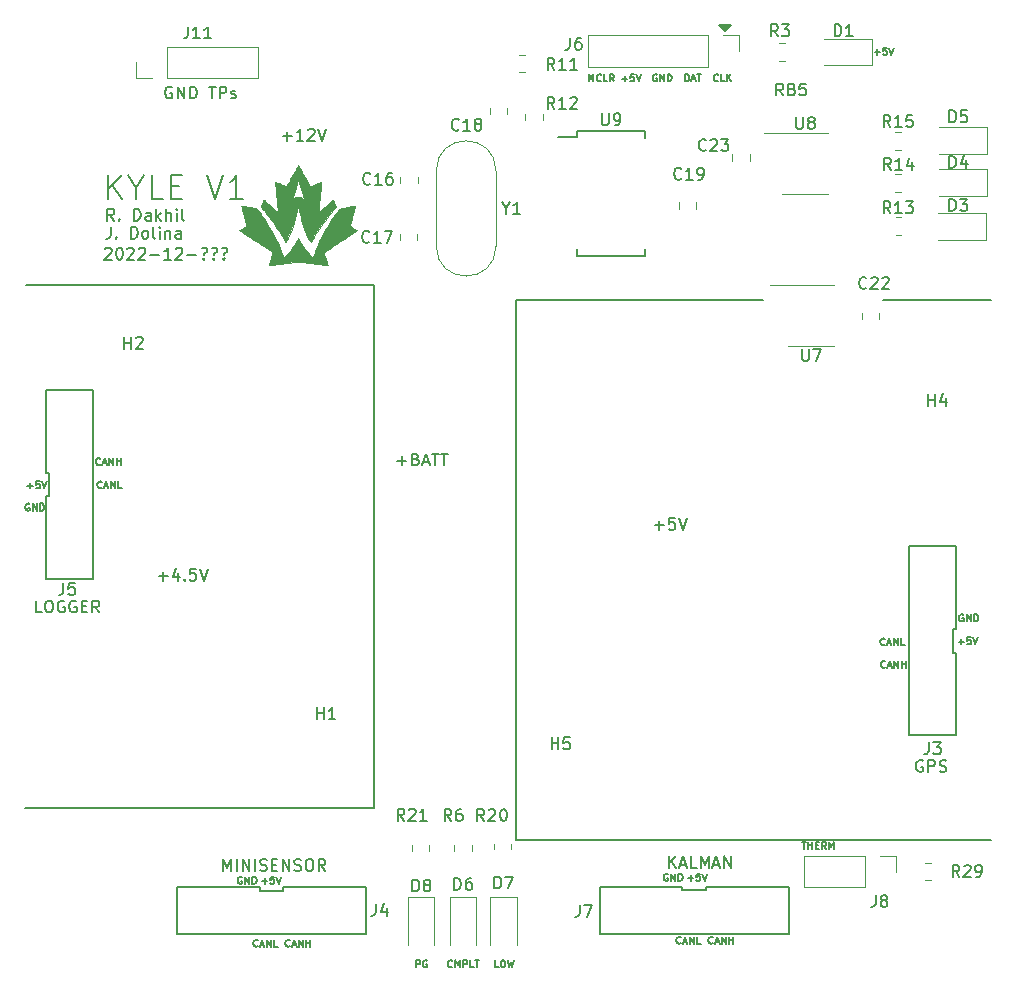
<source format=gbr>
%TF.GenerationSoftware,KiCad,Pcbnew,(6.0.9-0)*%
%TF.CreationDate,2022-12-17T09:56:30-08:00*%
%TF.ProjectId,GrandPapa_Board,4772616e-6450-4617-9061-5f426f617264,rev?*%
%TF.SameCoordinates,Original*%
%TF.FileFunction,Legend,Top*%
%TF.FilePolarity,Positive*%
%FSLAX46Y46*%
G04 Gerber Fmt 4.6, Leading zero omitted, Abs format (unit mm)*
G04 Created by KiCad (PCBNEW (6.0.9-0)) date 2022-12-17 09:56:30*
%MOMM*%
%LPD*%
G01*
G04 APERTURE LIST*
%ADD10C,0.150000*%
%ADD11C,0.120000*%
%ADD12C,0.010000*%
G04 APERTURE END LIST*
D10*
X154940000Y-84353400D02*
X175895000Y-84353400D01*
X186055000Y-84378800D02*
X195199000Y-84378800D01*
X142989000Y-127371800D02*
X142989000Y-83138456D01*
X113411000Y-127371800D02*
X142989000Y-127371800D01*
X154940000Y-130073400D02*
X154940000Y-84353400D01*
X195199000Y-130073400D02*
X154940000Y-130073400D01*
X142989000Y-83138456D02*
X113489000Y-83138456D01*
G36*
X172650693Y-61622895D02*
G01*
X172150693Y-61122895D01*
X173150693Y-61122895D01*
X172650693Y-61622895D01*
G37*
X172650693Y-61622895D02*
X172150693Y-61122895D01*
X173150693Y-61122895D01*
X172650693Y-61622895D01*
X119894428Y-100264885D02*
X119865857Y-100293457D01*
X119780142Y-100322028D01*
X119723000Y-100322028D01*
X119637285Y-100293457D01*
X119580142Y-100236314D01*
X119551571Y-100179171D01*
X119523000Y-100064885D01*
X119523000Y-99979171D01*
X119551571Y-99864885D01*
X119580142Y-99807742D01*
X119637285Y-99750600D01*
X119723000Y-99722028D01*
X119780142Y-99722028D01*
X119865857Y-99750600D01*
X119894428Y-99779171D01*
X120123000Y-100150600D02*
X120408714Y-100150600D01*
X120065857Y-100322028D02*
X120265857Y-99722028D01*
X120465857Y-100322028D01*
X120665857Y-100322028D02*
X120665857Y-99722028D01*
X121008714Y-100322028D01*
X121008714Y-99722028D01*
X121580142Y-100322028D02*
X121294428Y-100322028D01*
X121294428Y-99722028D01*
X166903457Y-65282800D02*
X166846314Y-65254228D01*
X166760600Y-65254228D01*
X166674885Y-65282800D01*
X166617742Y-65339942D01*
X166589171Y-65397085D01*
X166560600Y-65511371D01*
X166560600Y-65597085D01*
X166589171Y-65711371D01*
X166617742Y-65768514D01*
X166674885Y-65825657D01*
X166760600Y-65854228D01*
X166817742Y-65854228D01*
X166903457Y-65825657D01*
X166932028Y-65797085D01*
X166932028Y-65597085D01*
X166817742Y-65597085D01*
X167189171Y-65854228D02*
X167189171Y-65254228D01*
X167532028Y-65854228D01*
X167532028Y-65254228D01*
X167817742Y-65854228D02*
X167817742Y-65254228D01*
X167960600Y-65254228D01*
X168046314Y-65282800D01*
X168103457Y-65339942D01*
X168132028Y-65397085D01*
X168160600Y-65511371D01*
X168160600Y-65597085D01*
X168132028Y-65711371D01*
X168103457Y-65768514D01*
X168046314Y-65825657D01*
X167960600Y-65854228D01*
X167817742Y-65854228D01*
X167941952Y-132456180D02*
X167941952Y-131456180D01*
X168513380Y-132456180D02*
X168084809Y-131884752D01*
X168513380Y-131456180D02*
X167941952Y-132027609D01*
X168894333Y-132170466D02*
X169370523Y-132170466D01*
X168799095Y-132456180D02*
X169132428Y-131456180D01*
X169465761Y-132456180D01*
X170275285Y-132456180D02*
X169799095Y-132456180D01*
X169799095Y-131456180D01*
X170608619Y-132456180D02*
X170608619Y-131456180D01*
X170941952Y-132170466D01*
X171275285Y-131456180D01*
X171275285Y-132456180D01*
X171703857Y-132170466D02*
X172180047Y-132170466D01*
X171608619Y-132456180D02*
X171941952Y-131456180D01*
X172275285Y-132456180D01*
X172608619Y-132456180D02*
X172608619Y-131456180D01*
X173180047Y-132456180D01*
X173180047Y-131456180D01*
X119772200Y-98283685D02*
X119743628Y-98312257D01*
X119657914Y-98340828D01*
X119600771Y-98340828D01*
X119515057Y-98312257D01*
X119457914Y-98255114D01*
X119429342Y-98197971D01*
X119400771Y-98083685D01*
X119400771Y-97997971D01*
X119429342Y-97883685D01*
X119457914Y-97826542D01*
X119515057Y-97769400D01*
X119600771Y-97740828D01*
X119657914Y-97740828D01*
X119743628Y-97769400D01*
X119772200Y-97797971D01*
X120000771Y-98169400D02*
X120286485Y-98169400D01*
X119943628Y-98340828D02*
X120143628Y-97740828D01*
X120343628Y-98340828D01*
X120543628Y-98340828D02*
X120543628Y-97740828D01*
X120886485Y-98340828D01*
X120886485Y-97740828D01*
X121172200Y-98340828D02*
X121172200Y-97740828D01*
X121172200Y-98026542D02*
X121515057Y-98026542D01*
X121515057Y-98340828D02*
X121515057Y-97740828D01*
X135825000Y-139076085D02*
X135796428Y-139104657D01*
X135710714Y-139133228D01*
X135653571Y-139133228D01*
X135567857Y-139104657D01*
X135510714Y-139047514D01*
X135482142Y-138990371D01*
X135453571Y-138876085D01*
X135453571Y-138790371D01*
X135482142Y-138676085D01*
X135510714Y-138618942D01*
X135567857Y-138561800D01*
X135653571Y-138533228D01*
X135710714Y-138533228D01*
X135796428Y-138561800D01*
X135825000Y-138590371D01*
X136053571Y-138961800D02*
X136339285Y-138961800D01*
X135996428Y-139133228D02*
X136196428Y-138533228D01*
X136396428Y-139133228D01*
X136596428Y-139133228D02*
X136596428Y-138533228D01*
X136939285Y-139133228D01*
X136939285Y-138533228D01*
X137225000Y-139133228D02*
X137225000Y-138533228D01*
X137225000Y-138818942D02*
X137567857Y-138818942D01*
X137567857Y-139133228D02*
X137567857Y-138533228D01*
X114822333Y-110824180D02*
X114346142Y-110824180D01*
X114346142Y-109824180D01*
X115346142Y-109824180D02*
X115536619Y-109824180D01*
X115631857Y-109871800D01*
X115727095Y-109967038D01*
X115774714Y-110157514D01*
X115774714Y-110490847D01*
X115727095Y-110681323D01*
X115631857Y-110776561D01*
X115536619Y-110824180D01*
X115346142Y-110824180D01*
X115250904Y-110776561D01*
X115155666Y-110681323D01*
X115108047Y-110490847D01*
X115108047Y-110157514D01*
X115155666Y-109967038D01*
X115250904Y-109871800D01*
X115346142Y-109824180D01*
X116727095Y-109871800D02*
X116631857Y-109824180D01*
X116489000Y-109824180D01*
X116346142Y-109871800D01*
X116250904Y-109967038D01*
X116203285Y-110062276D01*
X116155666Y-110252752D01*
X116155666Y-110395609D01*
X116203285Y-110586085D01*
X116250904Y-110681323D01*
X116346142Y-110776561D01*
X116489000Y-110824180D01*
X116584238Y-110824180D01*
X116727095Y-110776561D01*
X116774714Y-110728942D01*
X116774714Y-110395609D01*
X116584238Y-110395609D01*
X117727095Y-109871800D02*
X117631857Y-109824180D01*
X117489000Y-109824180D01*
X117346142Y-109871800D01*
X117250904Y-109967038D01*
X117203285Y-110062276D01*
X117155666Y-110252752D01*
X117155666Y-110395609D01*
X117203285Y-110586085D01*
X117250904Y-110681323D01*
X117346142Y-110776561D01*
X117489000Y-110824180D01*
X117584238Y-110824180D01*
X117727095Y-110776561D01*
X117774714Y-110728942D01*
X117774714Y-110395609D01*
X117584238Y-110395609D01*
X118203285Y-110300371D02*
X118536619Y-110300371D01*
X118679476Y-110824180D02*
X118203285Y-110824180D01*
X118203285Y-109824180D01*
X118679476Y-109824180D01*
X119679476Y-110824180D02*
X119346142Y-110347990D01*
X119108047Y-110824180D02*
X119108047Y-109824180D01*
X119489000Y-109824180D01*
X119584238Y-109871800D01*
X119631857Y-109919419D01*
X119679476Y-110014657D01*
X119679476Y-110157514D01*
X119631857Y-110252752D01*
X119584238Y-110300371D01*
X119489000Y-110347990D01*
X119108047Y-110347990D01*
X130207285Y-132710180D02*
X130207285Y-131710180D01*
X130540619Y-132424466D01*
X130873952Y-131710180D01*
X130873952Y-132710180D01*
X131350142Y-132710180D02*
X131350142Y-131710180D01*
X131826333Y-132710180D02*
X131826333Y-131710180D01*
X132397761Y-132710180D01*
X132397761Y-131710180D01*
X132873952Y-132710180D02*
X132873952Y-131710180D01*
X133302523Y-132662561D02*
X133445380Y-132710180D01*
X133683476Y-132710180D01*
X133778714Y-132662561D01*
X133826333Y-132614942D01*
X133873952Y-132519704D01*
X133873952Y-132424466D01*
X133826333Y-132329228D01*
X133778714Y-132281609D01*
X133683476Y-132233990D01*
X133493000Y-132186371D01*
X133397761Y-132138752D01*
X133350142Y-132091133D01*
X133302523Y-131995895D01*
X133302523Y-131900657D01*
X133350142Y-131805419D01*
X133397761Y-131757800D01*
X133493000Y-131710180D01*
X133731095Y-131710180D01*
X133873952Y-131757800D01*
X134302523Y-132186371D02*
X134635857Y-132186371D01*
X134778714Y-132710180D02*
X134302523Y-132710180D01*
X134302523Y-131710180D01*
X134778714Y-131710180D01*
X135207285Y-132710180D02*
X135207285Y-131710180D01*
X135778714Y-132710180D01*
X135778714Y-131710180D01*
X136207285Y-132662561D02*
X136350142Y-132710180D01*
X136588238Y-132710180D01*
X136683476Y-132662561D01*
X136731095Y-132614942D01*
X136778714Y-132519704D01*
X136778714Y-132424466D01*
X136731095Y-132329228D01*
X136683476Y-132281609D01*
X136588238Y-132233990D01*
X136397761Y-132186371D01*
X136302523Y-132138752D01*
X136254904Y-132091133D01*
X136207285Y-131995895D01*
X136207285Y-131900657D01*
X136254904Y-131805419D01*
X136302523Y-131757800D01*
X136397761Y-131710180D01*
X136635857Y-131710180D01*
X136778714Y-131757800D01*
X137397761Y-131710180D02*
X137588238Y-131710180D01*
X137683476Y-131757800D01*
X137778714Y-131853038D01*
X137826333Y-132043514D01*
X137826333Y-132376847D01*
X137778714Y-132567323D01*
X137683476Y-132662561D01*
X137588238Y-132710180D01*
X137397761Y-132710180D01*
X137302523Y-132662561D01*
X137207285Y-132567323D01*
X137159666Y-132376847D01*
X137159666Y-132043514D01*
X137207285Y-131853038D01*
X137302523Y-131757800D01*
X137397761Y-131710180D01*
X138826333Y-132710180D02*
X138493000Y-132233990D01*
X138254904Y-132710180D02*
X138254904Y-131710180D01*
X138635857Y-131710180D01*
X138731095Y-131757800D01*
X138778714Y-131805419D01*
X138826333Y-131900657D01*
X138826333Y-132043514D01*
X138778714Y-132138752D01*
X138731095Y-132186371D01*
X138635857Y-132233990D01*
X138254904Y-132233990D01*
X153499139Y-140886509D02*
X153213425Y-140886509D01*
X153213425Y-140286509D01*
X153813425Y-140286509D02*
X153927710Y-140286509D01*
X153984853Y-140315081D01*
X154041996Y-140372223D01*
X154070568Y-140486509D01*
X154070568Y-140686509D01*
X154041996Y-140800795D01*
X153984853Y-140857938D01*
X153927710Y-140886509D01*
X153813425Y-140886509D01*
X153756282Y-140857938D01*
X153699139Y-140800795D01*
X153670568Y-140686509D01*
X153670568Y-140486509D01*
X153699139Y-140372223D01*
X153756282Y-140315081D01*
X153813425Y-140286509D01*
X154270568Y-140286509D02*
X154413425Y-140886509D01*
X154527710Y-140457938D01*
X154641996Y-140886509D01*
X154784853Y-140286509D01*
X120655666Y-78166750D02*
X120655666Y-78881036D01*
X120608047Y-79023893D01*
X120512809Y-79119131D01*
X120369952Y-79166750D01*
X120274714Y-79166750D01*
X121131857Y-79071512D02*
X121179476Y-79119131D01*
X121131857Y-79166750D01*
X121084238Y-79119131D01*
X121131857Y-79071512D01*
X121131857Y-79166750D01*
X122369952Y-79166750D02*
X122369952Y-78166750D01*
X122608047Y-78166750D01*
X122750904Y-78214370D01*
X122846142Y-78309608D01*
X122893761Y-78404846D01*
X122941380Y-78595322D01*
X122941380Y-78738179D01*
X122893761Y-78928655D01*
X122846142Y-79023893D01*
X122750904Y-79119131D01*
X122608047Y-79166750D01*
X122369952Y-79166750D01*
X123512809Y-79166750D02*
X123417571Y-79119131D01*
X123369952Y-79071512D01*
X123322333Y-78976274D01*
X123322333Y-78690560D01*
X123369952Y-78595322D01*
X123417571Y-78547703D01*
X123512809Y-78500084D01*
X123655666Y-78500084D01*
X123750904Y-78547703D01*
X123798523Y-78595322D01*
X123846142Y-78690560D01*
X123846142Y-78976274D01*
X123798523Y-79071512D01*
X123750904Y-79119131D01*
X123655666Y-79166750D01*
X123512809Y-79166750D01*
X124417571Y-79166750D02*
X124322333Y-79119131D01*
X124274714Y-79023893D01*
X124274714Y-78166750D01*
X124798523Y-79166750D02*
X124798523Y-78500084D01*
X124798523Y-78166750D02*
X124750904Y-78214370D01*
X124798523Y-78261989D01*
X124846142Y-78214370D01*
X124798523Y-78166750D01*
X124798523Y-78261989D01*
X125274714Y-78500084D02*
X125274714Y-79166750D01*
X125274714Y-78595322D02*
X125322333Y-78547703D01*
X125417571Y-78500084D01*
X125560428Y-78500084D01*
X125655666Y-78547703D01*
X125703285Y-78642941D01*
X125703285Y-79166750D01*
X126608047Y-79166750D02*
X126608047Y-78642941D01*
X126560428Y-78547703D01*
X126465190Y-78500084D01*
X126274714Y-78500084D01*
X126179476Y-78547703D01*
X126608047Y-79119131D02*
X126512809Y-79166750D01*
X126274714Y-79166750D01*
X126179476Y-79119131D01*
X126131857Y-79023893D01*
X126131857Y-78928655D01*
X126179476Y-78833417D01*
X126274714Y-78785798D01*
X126512809Y-78785798D01*
X126608047Y-78738179D01*
X163947571Y-65625657D02*
X164404714Y-65625657D01*
X164176142Y-65854228D02*
X164176142Y-65397085D01*
X164976142Y-65254228D02*
X164690428Y-65254228D01*
X164661857Y-65539942D01*
X164690428Y-65511371D01*
X164747571Y-65482800D01*
X164890428Y-65482800D01*
X164947571Y-65511371D01*
X164976142Y-65539942D01*
X165004714Y-65597085D01*
X165004714Y-65739942D01*
X164976142Y-65797085D01*
X164947571Y-65825657D01*
X164890428Y-65854228D01*
X164747571Y-65854228D01*
X164690428Y-65825657D01*
X164661857Y-65797085D01*
X165176142Y-65254228D02*
X165376142Y-65854228D01*
X165576142Y-65254228D01*
X169283142Y-65854228D02*
X169283142Y-65254228D01*
X169426000Y-65254228D01*
X169511714Y-65282800D01*
X169568857Y-65339942D01*
X169597428Y-65397085D01*
X169626000Y-65511371D01*
X169626000Y-65597085D01*
X169597428Y-65711371D01*
X169568857Y-65768514D01*
X169511714Y-65825657D01*
X169426000Y-65854228D01*
X169283142Y-65854228D01*
X169854571Y-65682800D02*
X170140285Y-65682800D01*
X169797428Y-65854228D02*
X169997428Y-65254228D01*
X170197428Y-65854228D01*
X170311714Y-65254228D02*
X170654571Y-65254228D01*
X170483142Y-65854228D02*
X170483142Y-65254228D01*
X149576955Y-140829366D02*
X149548384Y-140857938D01*
X149462669Y-140886509D01*
X149405527Y-140886509D01*
X149319812Y-140857938D01*
X149262669Y-140800795D01*
X149234098Y-140743652D01*
X149205527Y-140629366D01*
X149205527Y-140543652D01*
X149234098Y-140429366D01*
X149262669Y-140372223D01*
X149319812Y-140315081D01*
X149405527Y-140286509D01*
X149462669Y-140286509D01*
X149548384Y-140315081D01*
X149576955Y-140343652D01*
X149834098Y-140886509D02*
X149834098Y-140286509D01*
X150034098Y-140715081D01*
X150234098Y-140286509D01*
X150234098Y-140886509D01*
X150519812Y-140886509D02*
X150519812Y-140286509D01*
X150748384Y-140286509D01*
X150805527Y-140315081D01*
X150834098Y-140343652D01*
X150862669Y-140400795D01*
X150862669Y-140486509D01*
X150834098Y-140543652D01*
X150805527Y-140572223D01*
X150748384Y-140600795D01*
X150519812Y-140600795D01*
X151405527Y-140886509D02*
X151119812Y-140886509D01*
X151119812Y-140286509D01*
X151519812Y-140286509D02*
X151862669Y-140286509D01*
X151691241Y-140886509D02*
X151691241Y-140286509D01*
X185330307Y-63368898D02*
X185787450Y-63368898D01*
X185558878Y-63597469D02*
X185558878Y-63140326D01*
X186358878Y-62997469D02*
X186073164Y-62997469D01*
X186044593Y-63283183D01*
X186073164Y-63254612D01*
X186130307Y-63226041D01*
X186273164Y-63226041D01*
X186330307Y-63254612D01*
X186358878Y-63283183D01*
X186387450Y-63340326D01*
X186387450Y-63483183D01*
X186358878Y-63540326D01*
X186330307Y-63568898D01*
X186273164Y-63597469D01*
X186130307Y-63597469D01*
X186073164Y-63568898D01*
X186044593Y-63540326D01*
X186558878Y-62997469D02*
X186758878Y-63597469D01*
X186958878Y-62997469D01*
X192446371Y-113301457D02*
X192903514Y-113301457D01*
X192674942Y-113530028D02*
X192674942Y-113072885D01*
X193474942Y-112930028D02*
X193189228Y-112930028D01*
X193160657Y-113215742D01*
X193189228Y-113187171D01*
X193246371Y-113158600D01*
X193389228Y-113158600D01*
X193446371Y-113187171D01*
X193474942Y-113215742D01*
X193503514Y-113272885D01*
X193503514Y-113415742D01*
X193474942Y-113472885D01*
X193446371Y-113501457D01*
X193389228Y-113530028D01*
X193246371Y-113530028D01*
X193189228Y-113501457D01*
X193160657Y-113472885D01*
X193674942Y-112930028D02*
X193874942Y-113530028D01*
X194074942Y-112930028D01*
X168916428Y-138822085D02*
X168887857Y-138850657D01*
X168802142Y-138879228D01*
X168745000Y-138879228D01*
X168659285Y-138850657D01*
X168602142Y-138793514D01*
X168573571Y-138736371D01*
X168545000Y-138622085D01*
X168545000Y-138536371D01*
X168573571Y-138422085D01*
X168602142Y-138364942D01*
X168659285Y-138307800D01*
X168745000Y-138279228D01*
X168802142Y-138279228D01*
X168887857Y-138307800D01*
X168916428Y-138336371D01*
X169145000Y-138707800D02*
X169430714Y-138707800D01*
X169087857Y-138879228D02*
X169287857Y-138279228D01*
X169487857Y-138879228D01*
X169687857Y-138879228D02*
X169687857Y-138279228D01*
X170030714Y-138879228D01*
X170030714Y-138279228D01*
X170602142Y-138879228D02*
X170316428Y-138879228D01*
X170316428Y-138279228D01*
X192836857Y-111002800D02*
X192779714Y-110974228D01*
X192694000Y-110974228D01*
X192608285Y-111002800D01*
X192551142Y-111059942D01*
X192522571Y-111117085D01*
X192494000Y-111231371D01*
X192494000Y-111317085D01*
X192522571Y-111431371D01*
X192551142Y-111488514D01*
X192608285Y-111545657D01*
X192694000Y-111574228D01*
X192751142Y-111574228D01*
X192836857Y-111545657D01*
X192865428Y-111517085D01*
X192865428Y-111317085D01*
X192751142Y-111317085D01*
X193122571Y-111574228D02*
X193122571Y-110974228D01*
X193465428Y-111574228D01*
X193465428Y-110974228D01*
X193751142Y-111574228D02*
X193751142Y-110974228D01*
X193894000Y-110974228D01*
X193979714Y-111002800D01*
X194036857Y-111059942D01*
X194065428Y-111117085D01*
X194094000Y-111231371D01*
X194094000Y-111317085D01*
X194065428Y-111431371D01*
X194036857Y-111488514D01*
X193979714Y-111545657D01*
X193894000Y-111574228D01*
X193751142Y-111574228D01*
X186244000Y-115454085D02*
X186215428Y-115482657D01*
X186129714Y-115511228D01*
X186072571Y-115511228D01*
X185986857Y-115482657D01*
X185929714Y-115425514D01*
X185901142Y-115368371D01*
X185872571Y-115254085D01*
X185872571Y-115168371D01*
X185901142Y-115054085D01*
X185929714Y-114996942D01*
X185986857Y-114939800D01*
X186072571Y-114911228D01*
X186129714Y-114911228D01*
X186215428Y-114939800D01*
X186244000Y-114968371D01*
X186472571Y-115339800D02*
X186758285Y-115339800D01*
X186415428Y-115511228D02*
X186615428Y-114911228D01*
X186815428Y-115511228D01*
X187015428Y-115511228D02*
X187015428Y-114911228D01*
X187358285Y-115511228D01*
X187358285Y-114911228D01*
X187644000Y-115511228D02*
X187644000Y-114911228D01*
X187644000Y-115196942D02*
X187986857Y-115196942D01*
X187986857Y-115511228D02*
X187986857Y-114911228D01*
X179164407Y-130253300D02*
X179507264Y-130253300D01*
X179335835Y-130853300D02*
X179335835Y-130253300D01*
X179707264Y-130853300D02*
X179707264Y-130253300D01*
X179707264Y-130539014D02*
X180050121Y-130539014D01*
X180050121Y-130853300D02*
X180050121Y-130253300D01*
X180335835Y-130539014D02*
X180535835Y-130539014D01*
X180621549Y-130853300D02*
X180335835Y-130853300D01*
X180335835Y-130253300D01*
X180621549Y-130253300D01*
X181221549Y-130853300D02*
X181021549Y-130567586D01*
X180878692Y-130853300D02*
X180878692Y-130253300D01*
X181107264Y-130253300D01*
X181164407Y-130281872D01*
X181192978Y-130310443D01*
X181221549Y-130367586D01*
X181221549Y-130453300D01*
X181192978Y-130510443D01*
X181164407Y-130539014D01*
X181107264Y-130567586D01*
X180878692Y-130567586D01*
X181478692Y-130853300D02*
X181478692Y-130253300D01*
X181678692Y-130681872D01*
X181878692Y-130253300D01*
X181878692Y-130853300D01*
X135220295Y-70505628D02*
X135982200Y-70505628D01*
X135601247Y-70886580D02*
X135601247Y-70124676D01*
X136982200Y-70886580D02*
X136410771Y-70886580D01*
X136696485Y-70886580D02*
X136696485Y-69886580D01*
X136601247Y-70029438D01*
X136506009Y-70124676D01*
X136410771Y-70172295D01*
X137363152Y-69981819D02*
X137410771Y-69934200D01*
X137506009Y-69886580D01*
X137744104Y-69886580D01*
X137839342Y-69934200D01*
X137886961Y-69981819D01*
X137934580Y-70077057D01*
X137934580Y-70172295D01*
X137886961Y-70315152D01*
X137315533Y-70886580D01*
X137934580Y-70886580D01*
X138220295Y-69886580D02*
X138553628Y-70886580D01*
X138886961Y-69886580D01*
X161136142Y-65854228D02*
X161136142Y-65254228D01*
X161336142Y-65682800D01*
X161536142Y-65254228D01*
X161536142Y-65854228D01*
X162164714Y-65797085D02*
X162136142Y-65825657D01*
X162050428Y-65854228D01*
X161993285Y-65854228D01*
X161907571Y-65825657D01*
X161850428Y-65768514D01*
X161821857Y-65711371D01*
X161793285Y-65597085D01*
X161793285Y-65511371D01*
X161821857Y-65397085D01*
X161850428Y-65339942D01*
X161907571Y-65282800D01*
X161993285Y-65254228D01*
X162050428Y-65254228D01*
X162136142Y-65282800D01*
X162164714Y-65311371D01*
X162707571Y-65854228D02*
X162421857Y-65854228D01*
X162421857Y-65254228D01*
X163250428Y-65854228D02*
X163050428Y-65568514D01*
X162907571Y-65854228D02*
X162907571Y-65254228D01*
X163136142Y-65254228D01*
X163193285Y-65282800D01*
X163221857Y-65311371D01*
X163250428Y-65368514D01*
X163250428Y-65454228D01*
X163221857Y-65511371D01*
X163193285Y-65539942D01*
X163136142Y-65568514D01*
X162907571Y-65568514D01*
X120159956Y-80039989D02*
X120207575Y-79992370D01*
X120302813Y-79944750D01*
X120540909Y-79944750D01*
X120636147Y-79992370D01*
X120683766Y-80039989D01*
X120731385Y-80135227D01*
X120731385Y-80230465D01*
X120683766Y-80373322D01*
X120112337Y-80944750D01*
X120731385Y-80944750D01*
X121350433Y-79944750D02*
X121445671Y-79944750D01*
X121540909Y-79992370D01*
X121588528Y-80039989D01*
X121636147Y-80135227D01*
X121683766Y-80325703D01*
X121683766Y-80563798D01*
X121636147Y-80754274D01*
X121588528Y-80849512D01*
X121540909Y-80897131D01*
X121445671Y-80944750D01*
X121350433Y-80944750D01*
X121255194Y-80897131D01*
X121207575Y-80849512D01*
X121159956Y-80754274D01*
X121112337Y-80563798D01*
X121112337Y-80325703D01*
X121159956Y-80135227D01*
X121207575Y-80039989D01*
X121255194Y-79992370D01*
X121350433Y-79944750D01*
X122064718Y-80039989D02*
X122112337Y-79992370D01*
X122207575Y-79944750D01*
X122445671Y-79944750D01*
X122540909Y-79992370D01*
X122588528Y-80039989D01*
X122636147Y-80135227D01*
X122636147Y-80230465D01*
X122588528Y-80373322D01*
X122017099Y-80944750D01*
X122636147Y-80944750D01*
X123017099Y-80039989D02*
X123064718Y-79992370D01*
X123159956Y-79944750D01*
X123398052Y-79944750D01*
X123493290Y-79992370D01*
X123540909Y-80039989D01*
X123588528Y-80135227D01*
X123588528Y-80230465D01*
X123540909Y-80373322D01*
X122969480Y-80944750D01*
X123588528Y-80944750D01*
X124017099Y-80563798D02*
X124779004Y-80563798D01*
X125779004Y-80944750D02*
X125207575Y-80944750D01*
X125493290Y-80944750D02*
X125493290Y-79944750D01*
X125398052Y-80087608D01*
X125302813Y-80182846D01*
X125207575Y-80230465D01*
X126159956Y-80039989D02*
X126207575Y-79992370D01*
X126302813Y-79944750D01*
X126540909Y-79944750D01*
X126636147Y-79992370D01*
X126683766Y-80039989D01*
X126731385Y-80135227D01*
X126731385Y-80230465D01*
X126683766Y-80373322D01*
X126112337Y-80944750D01*
X126731385Y-80944750D01*
X127159956Y-80563798D02*
X127921861Y-80563798D01*
X128540909Y-80849512D02*
X128588528Y-80897131D01*
X128540909Y-80944750D01*
X128493290Y-80897131D01*
X128540909Y-80849512D01*
X128540909Y-80944750D01*
X128350433Y-79992370D02*
X128445671Y-79944750D01*
X128683766Y-79944750D01*
X128779004Y-79992370D01*
X128826623Y-80087608D01*
X128826623Y-80182846D01*
X128779004Y-80278084D01*
X128731385Y-80325703D01*
X128636147Y-80373322D01*
X128588528Y-80420941D01*
X128540909Y-80516179D01*
X128540909Y-80563798D01*
X129398052Y-80849512D02*
X129445671Y-80897131D01*
X129398052Y-80944750D01*
X129350433Y-80897131D01*
X129398052Y-80849512D01*
X129398052Y-80944750D01*
X129207575Y-79992370D02*
X129302813Y-79944750D01*
X129540909Y-79944750D01*
X129636147Y-79992370D01*
X129683766Y-80087608D01*
X129683766Y-80182846D01*
X129636147Y-80278084D01*
X129588528Y-80325703D01*
X129493290Y-80373322D01*
X129445671Y-80420941D01*
X129398052Y-80516179D01*
X129398052Y-80563798D01*
X130255194Y-80849512D02*
X130302813Y-80897131D01*
X130255194Y-80944750D01*
X130207575Y-80897131D01*
X130255194Y-80849512D01*
X130255194Y-80944750D01*
X130064718Y-79992370D02*
X130159956Y-79944750D01*
X130398052Y-79944750D01*
X130493290Y-79992370D01*
X130540909Y-80087608D01*
X130540909Y-80182846D01*
X130493290Y-80278084D01*
X130445671Y-80325703D01*
X130350432Y-80373322D01*
X130302813Y-80420941D01*
X130255194Y-80516179D01*
X130255194Y-80563798D01*
X125841428Y-66352800D02*
X125746190Y-66305180D01*
X125603333Y-66305180D01*
X125460476Y-66352800D01*
X125365238Y-66448038D01*
X125317619Y-66543276D01*
X125270000Y-66733752D01*
X125270000Y-66876609D01*
X125317619Y-67067085D01*
X125365238Y-67162323D01*
X125460476Y-67257561D01*
X125603333Y-67305180D01*
X125698571Y-67305180D01*
X125841428Y-67257561D01*
X125889047Y-67209942D01*
X125889047Y-66876609D01*
X125698571Y-66876609D01*
X126317619Y-67305180D02*
X126317619Y-66305180D01*
X126889047Y-67305180D01*
X126889047Y-66305180D01*
X127365238Y-67305180D02*
X127365238Y-66305180D01*
X127603333Y-66305180D01*
X127746190Y-66352800D01*
X127841428Y-66448038D01*
X127889047Y-66543276D01*
X127936666Y-66733752D01*
X127936666Y-66876609D01*
X127889047Y-67067085D01*
X127841428Y-67162323D01*
X127746190Y-67257561D01*
X127603333Y-67305180D01*
X127365238Y-67305180D01*
X128984285Y-66305180D02*
X129555714Y-66305180D01*
X129270000Y-67305180D02*
X129270000Y-66305180D01*
X129889047Y-67305180D02*
X129889047Y-66305180D01*
X130270000Y-66305180D01*
X130365238Y-66352800D01*
X130412857Y-66400419D01*
X130460476Y-66495657D01*
X130460476Y-66638514D01*
X130412857Y-66733752D01*
X130365238Y-66781371D01*
X130270000Y-66828990D01*
X129889047Y-66828990D01*
X130841428Y-67257561D02*
X130936666Y-67305180D01*
X131127142Y-67305180D01*
X131222380Y-67257561D01*
X131270000Y-67162323D01*
X131270000Y-67114704D01*
X131222380Y-67019466D01*
X131127142Y-66971847D01*
X130984285Y-66971847D01*
X130889047Y-66924228D01*
X130841428Y-66828990D01*
X130841428Y-66781371D01*
X130889047Y-66686133D01*
X130984285Y-66638514D01*
X131127142Y-66638514D01*
X131222380Y-66686133D01*
X113766657Y-101630200D02*
X113709514Y-101601628D01*
X113623800Y-101601628D01*
X113538085Y-101630200D01*
X113480942Y-101687342D01*
X113452371Y-101744485D01*
X113423800Y-101858771D01*
X113423800Y-101944485D01*
X113452371Y-102058771D01*
X113480942Y-102115914D01*
X113538085Y-102173057D01*
X113623800Y-102201628D01*
X113680942Y-102201628D01*
X113766657Y-102173057D01*
X113795228Y-102144485D01*
X113795228Y-101944485D01*
X113680942Y-101944485D01*
X114052371Y-102201628D02*
X114052371Y-101601628D01*
X114395228Y-102201628D01*
X114395228Y-101601628D01*
X114680942Y-102201628D02*
X114680942Y-101601628D01*
X114823800Y-101601628D01*
X114909514Y-101630200D01*
X114966657Y-101687342D01*
X114995228Y-101744485D01*
X115023800Y-101858771D01*
X115023800Y-101944485D01*
X114995228Y-102058771D01*
X114966657Y-102115914D01*
X114909514Y-102173057D01*
X114823800Y-102201628D01*
X114680942Y-102201628D01*
X133467571Y-133570657D02*
X133924714Y-133570657D01*
X133696142Y-133799228D02*
X133696142Y-133342085D01*
X134496142Y-133199228D02*
X134210428Y-133199228D01*
X134181857Y-133484942D01*
X134210428Y-133456371D01*
X134267571Y-133427800D01*
X134410428Y-133427800D01*
X134467571Y-133456371D01*
X134496142Y-133484942D01*
X134524714Y-133542085D01*
X134524714Y-133684942D01*
X134496142Y-133742085D01*
X134467571Y-133770657D01*
X134410428Y-133799228D01*
X134267571Y-133799228D01*
X134210428Y-133770657D01*
X134181857Y-133742085D01*
X134696142Y-133199228D02*
X134896142Y-133799228D01*
X135096142Y-133199228D01*
X186188428Y-113549085D02*
X186159857Y-113577657D01*
X186074142Y-113606228D01*
X186017000Y-113606228D01*
X185931285Y-113577657D01*
X185874142Y-113520514D01*
X185845571Y-113463371D01*
X185817000Y-113349085D01*
X185817000Y-113263371D01*
X185845571Y-113149085D01*
X185874142Y-113091942D01*
X185931285Y-113034800D01*
X186017000Y-113006228D01*
X186074142Y-113006228D01*
X186159857Y-113034800D01*
X186188428Y-113063371D01*
X186417000Y-113434800D02*
X186702714Y-113434800D01*
X186359857Y-113606228D02*
X186559857Y-113006228D01*
X186759857Y-113606228D01*
X186959857Y-113606228D02*
X186959857Y-113006228D01*
X187302714Y-113606228D01*
X187302714Y-113006228D01*
X187874142Y-113606228D02*
X187588428Y-113606228D01*
X187588428Y-113006228D01*
X189404714Y-123371800D02*
X189309476Y-123324180D01*
X189166619Y-123324180D01*
X189023761Y-123371800D01*
X188928523Y-123467038D01*
X188880904Y-123562276D01*
X188833285Y-123752752D01*
X188833285Y-123895609D01*
X188880904Y-124086085D01*
X188928523Y-124181323D01*
X189023761Y-124276561D01*
X189166619Y-124324180D01*
X189261857Y-124324180D01*
X189404714Y-124276561D01*
X189452333Y-124228942D01*
X189452333Y-123895609D01*
X189261857Y-123895609D01*
X189880904Y-124324180D02*
X189880904Y-123324180D01*
X190261857Y-123324180D01*
X190357095Y-123371800D01*
X190404714Y-123419419D01*
X190452333Y-123514657D01*
X190452333Y-123657514D01*
X190404714Y-123752752D01*
X190357095Y-123800371D01*
X190261857Y-123847990D01*
X189880904Y-123847990D01*
X190833285Y-124276561D02*
X190976142Y-124324180D01*
X191214238Y-124324180D01*
X191309476Y-124276561D01*
X191357095Y-124228942D01*
X191404714Y-124133704D01*
X191404714Y-124038466D01*
X191357095Y-123943228D01*
X191309476Y-123895609D01*
X191214238Y-123847990D01*
X191023761Y-123800371D01*
X190928523Y-123752752D01*
X190880904Y-123705133D01*
X190833285Y-123609895D01*
X190833285Y-123514657D01*
X190880904Y-123419419D01*
X190928523Y-123371800D01*
X191023761Y-123324180D01*
X191261857Y-123324180D01*
X191404714Y-123371800D01*
X172108857Y-65797085D02*
X172080285Y-65825657D01*
X171994571Y-65854228D01*
X171937428Y-65854228D01*
X171851714Y-65825657D01*
X171794571Y-65768514D01*
X171766000Y-65711371D01*
X171737428Y-65597085D01*
X171737428Y-65511371D01*
X171766000Y-65397085D01*
X171794571Y-65339942D01*
X171851714Y-65282800D01*
X171937428Y-65254228D01*
X171994571Y-65254228D01*
X172080285Y-65282800D01*
X172108857Y-65311371D01*
X172651714Y-65854228D02*
X172366000Y-65854228D01*
X172366000Y-65254228D01*
X172851714Y-65854228D02*
X172851714Y-65254228D01*
X173194571Y-65854228D02*
X172937428Y-65511371D01*
X173194571Y-65254228D02*
X172851714Y-65597085D01*
X177591642Y-67051180D02*
X177258309Y-66574990D01*
X177020214Y-67051180D02*
X177020214Y-66051180D01*
X177401166Y-66051180D01*
X177496404Y-66098800D01*
X177544023Y-66146419D01*
X177591642Y-66241657D01*
X177591642Y-66384514D01*
X177544023Y-66479752D01*
X177496404Y-66527371D01*
X177401166Y-66574990D01*
X177020214Y-66574990D01*
X178353547Y-66527371D02*
X178496404Y-66574990D01*
X178544023Y-66622609D01*
X178591642Y-66717847D01*
X178591642Y-66860704D01*
X178544023Y-66955942D01*
X178496404Y-67003561D01*
X178401166Y-67051180D01*
X178020214Y-67051180D01*
X178020214Y-66051180D01*
X178353547Y-66051180D01*
X178448785Y-66098800D01*
X178496404Y-66146419D01*
X178544023Y-66241657D01*
X178544023Y-66336895D01*
X178496404Y-66432133D01*
X178448785Y-66479752D01*
X178353547Y-66527371D01*
X178020214Y-66527371D01*
X179496404Y-66051180D02*
X179020214Y-66051180D01*
X178972595Y-66527371D01*
X179020214Y-66479752D01*
X179115452Y-66432133D01*
X179353547Y-66432133D01*
X179448785Y-66479752D01*
X179496404Y-66527371D01*
X179544023Y-66622609D01*
X179544023Y-66860704D01*
X179496404Y-66955942D01*
X179448785Y-67003561D01*
X179353547Y-67051180D01*
X179115452Y-67051180D01*
X179020214Y-67003561D01*
X178972595Y-66955942D01*
X167817857Y-132973800D02*
X167760714Y-132945228D01*
X167675000Y-132945228D01*
X167589285Y-132973800D01*
X167532142Y-133030942D01*
X167503571Y-133088085D01*
X167475000Y-133202371D01*
X167475000Y-133288085D01*
X167503571Y-133402371D01*
X167532142Y-133459514D01*
X167589285Y-133516657D01*
X167675000Y-133545228D01*
X167732142Y-133545228D01*
X167817857Y-133516657D01*
X167846428Y-133488085D01*
X167846428Y-133288085D01*
X167732142Y-133288085D01*
X168103571Y-133545228D02*
X168103571Y-132945228D01*
X168446428Y-133545228D01*
X168446428Y-132945228D01*
X168732142Y-133545228D02*
X168732142Y-132945228D01*
X168875000Y-132945228D01*
X168960714Y-132973800D01*
X169017857Y-133030942D01*
X169046428Y-133088085D01*
X169075000Y-133202371D01*
X169075000Y-133288085D01*
X169046428Y-133402371D01*
X169017857Y-133459514D01*
X168960714Y-133516657D01*
X168875000Y-133545228D01*
X168732142Y-133545228D01*
X113604771Y-100093457D02*
X114061914Y-100093457D01*
X113833342Y-100322028D02*
X113833342Y-99864885D01*
X114633342Y-99722028D02*
X114347628Y-99722028D01*
X114319057Y-100007742D01*
X114347628Y-99979171D01*
X114404771Y-99950600D01*
X114547628Y-99950600D01*
X114604771Y-99979171D01*
X114633342Y-100007742D01*
X114661914Y-100064885D01*
X114661914Y-100207742D01*
X114633342Y-100264885D01*
X114604771Y-100293457D01*
X114547628Y-100322028D01*
X114404771Y-100322028D01*
X114347628Y-100293457D01*
X114319057Y-100264885D01*
X114833342Y-99722028D02*
X115033342Y-100322028D01*
X115233342Y-99722028D01*
X131749857Y-133227800D02*
X131692714Y-133199228D01*
X131607000Y-133199228D01*
X131521285Y-133227800D01*
X131464142Y-133284942D01*
X131435571Y-133342085D01*
X131407000Y-133456371D01*
X131407000Y-133542085D01*
X131435571Y-133656371D01*
X131464142Y-133713514D01*
X131521285Y-133770657D01*
X131607000Y-133799228D01*
X131664142Y-133799228D01*
X131749857Y-133770657D01*
X131778428Y-133742085D01*
X131778428Y-133542085D01*
X131664142Y-133542085D01*
X132035571Y-133799228D02*
X132035571Y-133199228D01*
X132378428Y-133799228D01*
X132378428Y-133199228D01*
X132664142Y-133799228D02*
X132664142Y-133199228D01*
X132807000Y-133199228D01*
X132892714Y-133227800D01*
X132949857Y-133284942D01*
X132978428Y-133342085D01*
X133007000Y-133456371D01*
X133007000Y-133542085D01*
X132978428Y-133656371D01*
X132949857Y-133713514D01*
X132892714Y-133770657D01*
X132807000Y-133799228D01*
X132664142Y-133799228D01*
X169535571Y-133316657D02*
X169992714Y-133316657D01*
X169764142Y-133545228D02*
X169764142Y-133088085D01*
X170564142Y-132945228D02*
X170278428Y-132945228D01*
X170249857Y-133230942D01*
X170278428Y-133202371D01*
X170335571Y-133173800D01*
X170478428Y-133173800D01*
X170535571Y-133202371D01*
X170564142Y-133230942D01*
X170592714Y-133288085D01*
X170592714Y-133430942D01*
X170564142Y-133488085D01*
X170535571Y-133516657D01*
X170478428Y-133545228D01*
X170335571Y-133545228D01*
X170278428Y-133516657D01*
X170249857Y-133488085D01*
X170764142Y-132945228D02*
X170964142Y-133545228D01*
X171164142Y-132945228D01*
X146531857Y-140877933D02*
X146531857Y-140277933D01*
X146760428Y-140277933D01*
X146817571Y-140306505D01*
X146846142Y-140335076D01*
X146874714Y-140392219D01*
X146874714Y-140477933D01*
X146846142Y-140535076D01*
X146817571Y-140563647D01*
X146760428Y-140592219D01*
X146531857Y-140592219D01*
X147446142Y-140306505D02*
X147389000Y-140277933D01*
X147303285Y-140277933D01*
X147217571Y-140306505D01*
X147160428Y-140363647D01*
X147131857Y-140420790D01*
X147103285Y-140535076D01*
X147103285Y-140620790D01*
X147131857Y-140735076D01*
X147160428Y-140792219D01*
X147217571Y-140849362D01*
X147303285Y-140877933D01*
X147360428Y-140877933D01*
X147446142Y-140849362D01*
X147474714Y-140820790D01*
X147474714Y-140620790D01*
X147360428Y-140620790D01*
X120445766Y-75809131D02*
X120445766Y-73809131D01*
X121588623Y-75809131D02*
X120731480Y-74666274D01*
X121588623Y-73809131D02*
X120445766Y-74951989D01*
X122826718Y-74856750D02*
X122826718Y-75809131D01*
X122160052Y-73809131D02*
X122826718Y-74856750D01*
X123493385Y-73809131D01*
X125112433Y-75809131D02*
X124160052Y-75809131D01*
X124160052Y-73809131D01*
X125779099Y-74761512D02*
X126445766Y-74761512D01*
X126731480Y-75809131D02*
X125779099Y-75809131D01*
X125779099Y-73809131D01*
X126731480Y-73809131D01*
X128826718Y-73809131D02*
X129493385Y-75809131D01*
X130160052Y-73809131D01*
X131874337Y-75809131D02*
X130731480Y-75809131D01*
X131302909Y-75809131D02*
X131302909Y-73809131D01*
X131112433Y-74094846D01*
X130921956Y-74285322D01*
X130731480Y-74380560D01*
X124720600Y-107742028D02*
X125482504Y-107742028D01*
X125101552Y-108122980D02*
X125101552Y-107361076D01*
X126387266Y-107456314D02*
X126387266Y-108122980D01*
X126149171Y-107075361D02*
X125911076Y-107789647D01*
X126530123Y-107789647D01*
X126911076Y-108027742D02*
X126958695Y-108075361D01*
X126911076Y-108122980D01*
X126863457Y-108075361D01*
X126911076Y-108027742D01*
X126911076Y-108122980D01*
X127863457Y-107122980D02*
X127387266Y-107122980D01*
X127339647Y-107599171D01*
X127387266Y-107551552D01*
X127482504Y-107503933D01*
X127720600Y-107503933D01*
X127815838Y-107551552D01*
X127863457Y-107599171D01*
X127911076Y-107694409D01*
X127911076Y-107932504D01*
X127863457Y-108027742D01*
X127815838Y-108075361D01*
X127720600Y-108122980D01*
X127482504Y-108122980D01*
X127387266Y-108075361D01*
X127339647Y-108027742D01*
X128196790Y-107122980D02*
X128530123Y-108122980D01*
X128863457Y-107122980D01*
X166703285Y-103443228D02*
X167465190Y-103443228D01*
X167084238Y-103824180D02*
X167084238Y-103062276D01*
X168417571Y-102824180D02*
X167941380Y-102824180D01*
X167893761Y-103300371D01*
X167941380Y-103252752D01*
X168036619Y-103205133D01*
X168274714Y-103205133D01*
X168369952Y-103252752D01*
X168417571Y-103300371D01*
X168465190Y-103395609D01*
X168465190Y-103633704D01*
X168417571Y-103728942D01*
X168369952Y-103776561D01*
X168274714Y-103824180D01*
X168036619Y-103824180D01*
X167941380Y-103776561D01*
X167893761Y-103728942D01*
X168750904Y-102824180D02*
X169084238Y-103824180D01*
X169417571Y-102824180D01*
X171639000Y-138822085D02*
X171610428Y-138850657D01*
X171524714Y-138879228D01*
X171467571Y-138879228D01*
X171381857Y-138850657D01*
X171324714Y-138793514D01*
X171296142Y-138736371D01*
X171267571Y-138622085D01*
X171267571Y-138536371D01*
X171296142Y-138422085D01*
X171324714Y-138364942D01*
X171381857Y-138307800D01*
X171467571Y-138279228D01*
X171524714Y-138279228D01*
X171610428Y-138307800D01*
X171639000Y-138336371D01*
X171867571Y-138707800D02*
X172153285Y-138707800D01*
X171810428Y-138879228D02*
X172010428Y-138279228D01*
X172210428Y-138879228D01*
X172410428Y-138879228D02*
X172410428Y-138279228D01*
X172753285Y-138879228D01*
X172753285Y-138279228D01*
X173039000Y-138879228D02*
X173039000Y-138279228D01*
X173039000Y-138564942D02*
X173381857Y-138564942D01*
X173381857Y-138879228D02*
X173381857Y-138279228D01*
X120953385Y-77642750D02*
X120620052Y-77166560D01*
X120381956Y-77642750D02*
X120381956Y-76642750D01*
X120762909Y-76642750D01*
X120858147Y-76690370D01*
X120905766Y-76737989D01*
X120953385Y-76833227D01*
X120953385Y-76976084D01*
X120905766Y-77071322D01*
X120858147Y-77118941D01*
X120762909Y-77166560D01*
X120381956Y-77166560D01*
X121381956Y-77547512D02*
X121429575Y-77595131D01*
X121381956Y-77642750D01*
X121334337Y-77595131D01*
X121381956Y-77547512D01*
X121381956Y-77642750D01*
X122620052Y-77642750D02*
X122620052Y-76642750D01*
X122858147Y-76642750D01*
X123001004Y-76690370D01*
X123096242Y-76785608D01*
X123143861Y-76880846D01*
X123191480Y-77071322D01*
X123191480Y-77214179D01*
X123143861Y-77404655D01*
X123096242Y-77499893D01*
X123001004Y-77595131D01*
X122858147Y-77642750D01*
X122620052Y-77642750D01*
X124048623Y-77642750D02*
X124048623Y-77118941D01*
X124001004Y-77023703D01*
X123905766Y-76976084D01*
X123715290Y-76976084D01*
X123620052Y-77023703D01*
X124048623Y-77595131D02*
X123953385Y-77642750D01*
X123715290Y-77642750D01*
X123620052Y-77595131D01*
X123572433Y-77499893D01*
X123572433Y-77404655D01*
X123620052Y-77309417D01*
X123715290Y-77261798D01*
X123953385Y-77261798D01*
X124048623Y-77214179D01*
X124524813Y-77642750D02*
X124524813Y-76642750D01*
X124620052Y-77261798D02*
X124905766Y-77642750D01*
X124905766Y-76976084D02*
X124524813Y-77357036D01*
X125334337Y-77642750D02*
X125334337Y-76642750D01*
X125762909Y-77642750D02*
X125762909Y-77118941D01*
X125715290Y-77023703D01*
X125620052Y-76976084D01*
X125477194Y-76976084D01*
X125381956Y-77023703D01*
X125334337Y-77071322D01*
X126239099Y-77642750D02*
X126239099Y-76976084D01*
X126239099Y-76642750D02*
X126191480Y-76690370D01*
X126239099Y-76737989D01*
X126286718Y-76690370D01*
X126239099Y-76642750D01*
X126239099Y-76737989D01*
X126858147Y-77642750D02*
X126762909Y-77595131D01*
X126715290Y-77499893D01*
X126715290Y-76642750D01*
X144918371Y-97988428D02*
X145680276Y-97988428D01*
X145299323Y-98369380D02*
X145299323Y-97607476D01*
X146489800Y-97845571D02*
X146632657Y-97893190D01*
X146680276Y-97940809D01*
X146727895Y-98036047D01*
X146727895Y-98178904D01*
X146680276Y-98274142D01*
X146632657Y-98321761D01*
X146537419Y-98369380D01*
X146156466Y-98369380D01*
X146156466Y-97369380D01*
X146489800Y-97369380D01*
X146585038Y-97417000D01*
X146632657Y-97464619D01*
X146680276Y-97559857D01*
X146680276Y-97655095D01*
X146632657Y-97750333D01*
X146585038Y-97797952D01*
X146489800Y-97845571D01*
X146156466Y-97845571D01*
X147108847Y-98083666D02*
X147585038Y-98083666D01*
X147013609Y-98369380D02*
X147346942Y-97369380D01*
X147680276Y-98369380D01*
X147870752Y-97369380D02*
X148442180Y-97369380D01*
X148156466Y-98369380D02*
X148156466Y-97369380D01*
X148632657Y-97369380D02*
X149204085Y-97369380D01*
X148918371Y-98369380D02*
X148918371Y-97369380D01*
X133102428Y-139076085D02*
X133073857Y-139104657D01*
X132988142Y-139133228D01*
X132931000Y-139133228D01*
X132845285Y-139104657D01*
X132788142Y-139047514D01*
X132759571Y-138990371D01*
X132731000Y-138876085D01*
X132731000Y-138790371D01*
X132759571Y-138676085D01*
X132788142Y-138618942D01*
X132845285Y-138561800D01*
X132931000Y-138533228D01*
X132988142Y-138533228D01*
X133073857Y-138561800D01*
X133102428Y-138590371D01*
X133331000Y-138961800D02*
X133616714Y-138961800D01*
X133273857Y-139133228D02*
X133473857Y-138533228D01*
X133673857Y-139133228D01*
X133873857Y-139133228D02*
X133873857Y-138533228D01*
X134216714Y-139133228D01*
X134216714Y-138533228D01*
X134788142Y-139133228D02*
X134502428Y-139133228D01*
X134502428Y-138533228D01*
%TO.C,R29*%
X192524142Y-133218180D02*
X192190809Y-132741990D01*
X191952714Y-133218180D02*
X191952714Y-132218180D01*
X192333666Y-132218180D01*
X192428904Y-132265800D01*
X192476523Y-132313419D01*
X192524142Y-132408657D01*
X192524142Y-132551514D01*
X192476523Y-132646752D01*
X192428904Y-132694371D01*
X192333666Y-132741990D01*
X191952714Y-132741990D01*
X192905095Y-132313419D02*
X192952714Y-132265800D01*
X193047952Y-132218180D01*
X193286047Y-132218180D01*
X193381285Y-132265800D01*
X193428904Y-132313419D01*
X193476523Y-132408657D01*
X193476523Y-132503895D01*
X193428904Y-132646752D01*
X192857476Y-133218180D01*
X193476523Y-133218180D01*
X193952714Y-133218180D02*
X194143190Y-133218180D01*
X194238428Y-133170561D01*
X194286047Y-133122942D01*
X194381285Y-132980085D01*
X194428904Y-132789609D01*
X194428904Y-132408657D01*
X194381285Y-132313419D01*
X194333666Y-132265800D01*
X194238428Y-132218180D01*
X194047952Y-132218180D01*
X193952714Y-132265800D01*
X193905095Y-132313419D01*
X193857476Y-132408657D01*
X193857476Y-132646752D01*
X193905095Y-132741990D01*
X193952714Y-132789609D01*
X194047952Y-132837228D01*
X194238428Y-132837228D01*
X194333666Y-132789609D01*
X194381285Y-132741990D01*
X194428904Y-132646752D01*
%TO.C,C18*%
X150146142Y-69928942D02*
X150098523Y-69976561D01*
X149955666Y-70024180D01*
X149860428Y-70024180D01*
X149717571Y-69976561D01*
X149622333Y-69881323D01*
X149574714Y-69786085D01*
X149527095Y-69595609D01*
X149527095Y-69452752D01*
X149574714Y-69262276D01*
X149622333Y-69167038D01*
X149717571Y-69071800D01*
X149860428Y-69024180D01*
X149955666Y-69024180D01*
X150098523Y-69071800D01*
X150146142Y-69119419D01*
X151098523Y-70024180D02*
X150527095Y-70024180D01*
X150812809Y-70024180D02*
X150812809Y-69024180D01*
X150717571Y-69167038D01*
X150622333Y-69262276D01*
X150527095Y-69309895D01*
X151669952Y-69452752D02*
X151574714Y-69405133D01*
X151527095Y-69357514D01*
X151479476Y-69262276D01*
X151479476Y-69214657D01*
X151527095Y-69119419D01*
X151574714Y-69071800D01*
X151669952Y-69024180D01*
X151860428Y-69024180D01*
X151955666Y-69071800D01*
X152003285Y-69119419D01*
X152050904Y-69214657D01*
X152050904Y-69262276D01*
X152003285Y-69357514D01*
X151955666Y-69405133D01*
X151860428Y-69452752D01*
X151669952Y-69452752D01*
X151574714Y-69500371D01*
X151527095Y-69547990D01*
X151479476Y-69643228D01*
X151479476Y-69833704D01*
X151527095Y-69928942D01*
X151574714Y-69976561D01*
X151669952Y-70024180D01*
X151860428Y-70024180D01*
X151955666Y-69976561D01*
X152003285Y-69928942D01*
X152050904Y-69833704D01*
X152050904Y-69643228D01*
X152003285Y-69547990D01*
X151955666Y-69500371D01*
X151860428Y-69452752D01*
%TO.C,J4*%
X143107066Y-135485380D02*
X143107066Y-136199666D01*
X143059447Y-136342523D01*
X142964209Y-136437761D01*
X142821352Y-136485380D01*
X142726114Y-136485380D01*
X144011828Y-135818714D02*
X144011828Y-136485380D01*
X143773733Y-135437761D02*
X143535638Y-136152047D01*
X144154685Y-136152047D01*
%TO.C,J11*%
X127206476Y-61225180D02*
X127206476Y-61939466D01*
X127158857Y-62082323D01*
X127063619Y-62177561D01*
X126920761Y-62225180D01*
X126825523Y-62225180D01*
X128206476Y-62225180D02*
X127635047Y-62225180D01*
X127920761Y-62225180D02*
X127920761Y-61225180D01*
X127825523Y-61368038D01*
X127730285Y-61463276D01*
X127635047Y-61510895D01*
X129158857Y-62225180D02*
X128587428Y-62225180D01*
X128873142Y-62225180D02*
X128873142Y-61225180D01*
X128777904Y-61368038D01*
X128682666Y-61463276D01*
X128587428Y-61510895D01*
%TO.C,U7*%
X179204595Y-88530180D02*
X179204595Y-89339704D01*
X179252214Y-89434942D01*
X179299833Y-89482561D01*
X179395071Y-89530180D01*
X179585547Y-89530180D01*
X179680785Y-89482561D01*
X179728404Y-89434942D01*
X179776023Y-89339704D01*
X179776023Y-88530180D01*
X180156976Y-88530180D02*
X180823642Y-88530180D01*
X180395071Y-89530180D01*
%TO.C,C19*%
X168976142Y-74078942D02*
X168928523Y-74126561D01*
X168785666Y-74174180D01*
X168690428Y-74174180D01*
X168547571Y-74126561D01*
X168452333Y-74031323D01*
X168404714Y-73936085D01*
X168357095Y-73745609D01*
X168357095Y-73602752D01*
X168404714Y-73412276D01*
X168452333Y-73317038D01*
X168547571Y-73221800D01*
X168690428Y-73174180D01*
X168785666Y-73174180D01*
X168928523Y-73221800D01*
X168976142Y-73269419D01*
X169928523Y-74174180D02*
X169357095Y-74174180D01*
X169642809Y-74174180D02*
X169642809Y-73174180D01*
X169547571Y-73317038D01*
X169452333Y-73412276D01*
X169357095Y-73459895D01*
X170404714Y-74174180D02*
X170595190Y-74174180D01*
X170690428Y-74126561D01*
X170738047Y-74078942D01*
X170833285Y-73936085D01*
X170880904Y-73745609D01*
X170880904Y-73364657D01*
X170833285Y-73269419D01*
X170785666Y-73221800D01*
X170690428Y-73174180D01*
X170499952Y-73174180D01*
X170404714Y-73221800D01*
X170357095Y-73269419D01*
X170309476Y-73364657D01*
X170309476Y-73602752D01*
X170357095Y-73697990D01*
X170404714Y-73745609D01*
X170499952Y-73793228D01*
X170690428Y-73793228D01*
X170785666Y-73745609D01*
X170833285Y-73697990D01*
X170880904Y-73602752D01*
%TO.C,H2*%
X121810512Y-88499279D02*
X121810512Y-87499279D01*
X121810512Y-87975470D02*
X122381940Y-87975470D01*
X122381940Y-88499279D02*
X122381940Y-87499279D01*
X122810512Y-87594518D02*
X122858131Y-87546899D01*
X122953369Y-87499279D01*
X123191464Y-87499279D01*
X123286702Y-87546899D01*
X123334321Y-87594518D01*
X123381940Y-87689756D01*
X123381940Y-87784994D01*
X123334321Y-87927851D01*
X122762893Y-88499279D01*
X123381940Y-88499279D01*
%TO.C,D8*%
X146200904Y-134446480D02*
X146200904Y-133446480D01*
X146439000Y-133446480D01*
X146581857Y-133494100D01*
X146677095Y-133589338D01*
X146724714Y-133684576D01*
X146772333Y-133875052D01*
X146772333Y-134017909D01*
X146724714Y-134208385D01*
X146677095Y-134303623D01*
X146581857Y-134398861D01*
X146439000Y-134446480D01*
X146200904Y-134446480D01*
X147343761Y-133875052D02*
X147248523Y-133827433D01*
X147200904Y-133779814D01*
X147153285Y-133684576D01*
X147153285Y-133636957D01*
X147200904Y-133541719D01*
X147248523Y-133494100D01*
X147343761Y-133446480D01*
X147534238Y-133446480D01*
X147629476Y-133494100D01*
X147677095Y-133541719D01*
X147724714Y-133636957D01*
X147724714Y-133684576D01*
X147677095Y-133779814D01*
X147629476Y-133827433D01*
X147534238Y-133875052D01*
X147343761Y-133875052D01*
X147248523Y-133922671D01*
X147200904Y-133970290D01*
X147153285Y-134065528D01*
X147153285Y-134256004D01*
X147200904Y-134351242D01*
X147248523Y-134398861D01*
X147343761Y-134446480D01*
X147534238Y-134446480D01*
X147629476Y-134398861D01*
X147677095Y-134351242D01*
X147724714Y-134256004D01*
X147724714Y-134065528D01*
X147677095Y-133970290D01*
X147629476Y-133922671D01*
X147534238Y-133875052D01*
%TO.C,R6*%
X149497333Y-128483980D02*
X149164000Y-128007790D01*
X148925904Y-128483980D02*
X148925904Y-127483980D01*
X149306857Y-127483980D01*
X149402095Y-127531600D01*
X149449714Y-127579219D01*
X149497333Y-127674457D01*
X149497333Y-127817314D01*
X149449714Y-127912552D01*
X149402095Y-127960171D01*
X149306857Y-128007790D01*
X148925904Y-128007790D01*
X150354476Y-127483980D02*
X150164000Y-127483980D01*
X150068761Y-127531600D01*
X150021142Y-127579219D01*
X149925904Y-127722076D01*
X149878285Y-127912552D01*
X149878285Y-128293504D01*
X149925904Y-128388742D01*
X149973523Y-128436361D01*
X150068761Y-128483980D01*
X150259238Y-128483980D01*
X150354476Y-128436361D01*
X150402095Y-128388742D01*
X150449714Y-128293504D01*
X150449714Y-128055409D01*
X150402095Y-127960171D01*
X150354476Y-127912552D01*
X150259238Y-127864933D01*
X150068761Y-127864933D01*
X149973523Y-127912552D01*
X149925904Y-127960171D01*
X149878285Y-128055409D01*
%TO.C,R13*%
X186682142Y-77028180D02*
X186348809Y-76551990D01*
X186110714Y-77028180D02*
X186110714Y-76028180D01*
X186491666Y-76028180D01*
X186586904Y-76075800D01*
X186634523Y-76123419D01*
X186682142Y-76218657D01*
X186682142Y-76361514D01*
X186634523Y-76456752D01*
X186586904Y-76504371D01*
X186491666Y-76551990D01*
X186110714Y-76551990D01*
X187634523Y-77028180D02*
X187063095Y-77028180D01*
X187348809Y-77028180D02*
X187348809Y-76028180D01*
X187253571Y-76171038D01*
X187158333Y-76266276D01*
X187063095Y-76313895D01*
X187967857Y-76028180D02*
X188586904Y-76028180D01*
X188253571Y-76409133D01*
X188396428Y-76409133D01*
X188491666Y-76456752D01*
X188539285Y-76504371D01*
X188586904Y-76599609D01*
X188586904Y-76837704D01*
X188539285Y-76932942D01*
X188491666Y-76980561D01*
X188396428Y-77028180D01*
X188110714Y-77028180D01*
X188015476Y-76980561D01*
X187967857Y-76932942D01*
%TO.C,U9*%
X162244095Y-68564180D02*
X162244095Y-69373704D01*
X162291714Y-69468942D01*
X162339333Y-69516561D01*
X162434571Y-69564180D01*
X162625047Y-69564180D01*
X162720285Y-69516561D01*
X162767904Y-69468942D01*
X162815523Y-69373704D01*
X162815523Y-68564180D01*
X163339333Y-69564180D02*
X163529809Y-69564180D01*
X163625047Y-69516561D01*
X163672666Y-69468942D01*
X163767904Y-69326085D01*
X163815523Y-69135609D01*
X163815523Y-68754657D01*
X163767904Y-68659419D01*
X163720285Y-68611800D01*
X163625047Y-68564180D01*
X163434571Y-68564180D01*
X163339333Y-68611800D01*
X163291714Y-68659419D01*
X163244095Y-68754657D01*
X163244095Y-68992752D01*
X163291714Y-69087990D01*
X163339333Y-69135609D01*
X163434571Y-69183228D01*
X163625047Y-69183228D01*
X163720285Y-69135609D01*
X163767904Y-69087990D01*
X163815523Y-68992752D01*
%TO.C,D3*%
X191666904Y-76824180D02*
X191666904Y-75824180D01*
X191905000Y-75824180D01*
X192047857Y-75871800D01*
X192143095Y-75967038D01*
X192190714Y-76062276D01*
X192238333Y-76252752D01*
X192238333Y-76395609D01*
X192190714Y-76586085D01*
X192143095Y-76681323D01*
X192047857Y-76776561D01*
X191905000Y-76824180D01*
X191666904Y-76824180D01*
X192571666Y-75824180D02*
X193190714Y-75824180D01*
X192857380Y-76205133D01*
X193000238Y-76205133D01*
X193095476Y-76252752D01*
X193143095Y-76300371D01*
X193190714Y-76395609D01*
X193190714Y-76633704D01*
X193143095Y-76728942D01*
X193095476Y-76776561D01*
X193000238Y-76824180D01*
X192714523Y-76824180D01*
X192619285Y-76776561D01*
X192571666Y-76728942D01*
%TO.C,D5*%
X191666904Y-69324180D02*
X191666904Y-68324180D01*
X191905000Y-68324180D01*
X192047857Y-68371800D01*
X192143095Y-68467038D01*
X192190714Y-68562276D01*
X192238333Y-68752752D01*
X192238333Y-68895609D01*
X192190714Y-69086085D01*
X192143095Y-69181323D01*
X192047857Y-69276561D01*
X191905000Y-69324180D01*
X191666904Y-69324180D01*
X193143095Y-68324180D02*
X192666904Y-68324180D01*
X192619285Y-68800371D01*
X192666904Y-68752752D01*
X192762142Y-68705133D01*
X193000238Y-68705133D01*
X193095476Y-68752752D01*
X193143095Y-68800371D01*
X193190714Y-68895609D01*
X193190714Y-69133704D01*
X193143095Y-69228942D01*
X193095476Y-69276561D01*
X193000238Y-69324180D01*
X192762142Y-69324180D01*
X192666904Y-69276561D01*
X192619285Y-69228942D01*
%TO.C,D7*%
X153150904Y-134183980D02*
X153150904Y-133183980D01*
X153389000Y-133183980D01*
X153531857Y-133231600D01*
X153627095Y-133326838D01*
X153674714Y-133422076D01*
X153722333Y-133612552D01*
X153722333Y-133755409D01*
X153674714Y-133945885D01*
X153627095Y-134041123D01*
X153531857Y-134136361D01*
X153389000Y-134183980D01*
X153150904Y-134183980D01*
X154055666Y-133183980D02*
X154722333Y-133183980D01*
X154293761Y-134183980D01*
%TO.C,C23*%
X171061142Y-71654942D02*
X171013523Y-71702561D01*
X170870666Y-71750180D01*
X170775428Y-71750180D01*
X170632571Y-71702561D01*
X170537333Y-71607323D01*
X170489714Y-71512085D01*
X170442095Y-71321609D01*
X170442095Y-71178752D01*
X170489714Y-70988276D01*
X170537333Y-70893038D01*
X170632571Y-70797800D01*
X170775428Y-70750180D01*
X170870666Y-70750180D01*
X171013523Y-70797800D01*
X171061142Y-70845419D01*
X171442095Y-70845419D02*
X171489714Y-70797800D01*
X171584952Y-70750180D01*
X171823047Y-70750180D01*
X171918285Y-70797800D01*
X171965904Y-70845419D01*
X172013523Y-70940657D01*
X172013523Y-71035895D01*
X171965904Y-71178752D01*
X171394476Y-71750180D01*
X172013523Y-71750180D01*
X172346857Y-70750180D02*
X172965904Y-70750180D01*
X172632571Y-71131133D01*
X172775428Y-71131133D01*
X172870666Y-71178752D01*
X172918285Y-71226371D01*
X172965904Y-71321609D01*
X172965904Y-71559704D01*
X172918285Y-71654942D01*
X172870666Y-71702561D01*
X172775428Y-71750180D01*
X172489714Y-71750180D01*
X172394476Y-71702561D01*
X172346857Y-71654942D01*
%TO.C,R11*%
X158234142Y-64892180D02*
X157900809Y-64415990D01*
X157662714Y-64892180D02*
X157662714Y-63892180D01*
X158043666Y-63892180D01*
X158138904Y-63939800D01*
X158186523Y-63987419D01*
X158234142Y-64082657D01*
X158234142Y-64225514D01*
X158186523Y-64320752D01*
X158138904Y-64368371D01*
X158043666Y-64415990D01*
X157662714Y-64415990D01*
X159186523Y-64892180D02*
X158615095Y-64892180D01*
X158900809Y-64892180D02*
X158900809Y-63892180D01*
X158805571Y-64035038D01*
X158710333Y-64130276D01*
X158615095Y-64177895D01*
X160138904Y-64892180D02*
X159567476Y-64892180D01*
X159853190Y-64892180D02*
X159853190Y-63892180D01*
X159757952Y-64035038D01*
X159662714Y-64130276D01*
X159567476Y-64177895D01*
%TO.C,R15*%
X186682142Y-69718180D02*
X186348809Y-69241990D01*
X186110714Y-69718180D02*
X186110714Y-68718180D01*
X186491666Y-68718180D01*
X186586904Y-68765800D01*
X186634523Y-68813419D01*
X186682142Y-68908657D01*
X186682142Y-69051514D01*
X186634523Y-69146752D01*
X186586904Y-69194371D01*
X186491666Y-69241990D01*
X186110714Y-69241990D01*
X187634523Y-69718180D02*
X187063095Y-69718180D01*
X187348809Y-69718180D02*
X187348809Y-68718180D01*
X187253571Y-68861038D01*
X187158333Y-68956276D01*
X187063095Y-69003895D01*
X188539285Y-68718180D02*
X188063095Y-68718180D01*
X188015476Y-69194371D01*
X188063095Y-69146752D01*
X188158333Y-69099133D01*
X188396428Y-69099133D01*
X188491666Y-69146752D01*
X188539285Y-69194371D01*
X188586904Y-69289609D01*
X188586904Y-69527704D01*
X188539285Y-69622942D01*
X188491666Y-69670561D01*
X188396428Y-69718180D01*
X188158333Y-69718180D01*
X188063095Y-69670561D01*
X188015476Y-69622942D01*
%TO.C,D1*%
X181957904Y-62046180D02*
X181957904Y-61046180D01*
X182196000Y-61046180D01*
X182338857Y-61093800D01*
X182434095Y-61189038D01*
X182481714Y-61284276D01*
X182529333Y-61474752D01*
X182529333Y-61617609D01*
X182481714Y-61808085D01*
X182434095Y-61903323D01*
X182338857Y-61998561D01*
X182196000Y-62046180D01*
X181957904Y-62046180D01*
X183481714Y-62046180D02*
X182910285Y-62046180D01*
X183196000Y-62046180D02*
X183196000Y-61046180D01*
X183100761Y-61189038D01*
X183005523Y-61284276D01*
X182910285Y-61331895D01*
%TO.C,R14*%
X186719642Y-73359180D02*
X186386309Y-72882990D01*
X186148214Y-73359180D02*
X186148214Y-72359180D01*
X186529166Y-72359180D01*
X186624404Y-72406800D01*
X186672023Y-72454419D01*
X186719642Y-72549657D01*
X186719642Y-72692514D01*
X186672023Y-72787752D01*
X186624404Y-72835371D01*
X186529166Y-72882990D01*
X186148214Y-72882990D01*
X187672023Y-73359180D02*
X187100595Y-73359180D01*
X187386309Y-73359180D02*
X187386309Y-72359180D01*
X187291071Y-72502038D01*
X187195833Y-72597276D01*
X187100595Y-72644895D01*
X188529166Y-72692514D02*
X188529166Y-73359180D01*
X188291071Y-72311561D02*
X188052976Y-73025847D01*
X188672023Y-73025847D01*
%TO.C,R21*%
X145521142Y-128445480D02*
X145187809Y-127969290D01*
X144949714Y-128445480D02*
X144949714Y-127445480D01*
X145330666Y-127445480D01*
X145425904Y-127493100D01*
X145473523Y-127540719D01*
X145521142Y-127635957D01*
X145521142Y-127778814D01*
X145473523Y-127874052D01*
X145425904Y-127921671D01*
X145330666Y-127969290D01*
X144949714Y-127969290D01*
X145902095Y-127540719D02*
X145949714Y-127493100D01*
X146044952Y-127445480D01*
X146283047Y-127445480D01*
X146378285Y-127493100D01*
X146425904Y-127540719D01*
X146473523Y-127635957D01*
X146473523Y-127731195D01*
X146425904Y-127874052D01*
X145854476Y-128445480D01*
X146473523Y-128445480D01*
X147425904Y-128445480D02*
X146854476Y-128445480D01*
X147140190Y-128445480D02*
X147140190Y-127445480D01*
X147044952Y-127588338D01*
X146949714Y-127683576D01*
X146854476Y-127731195D01*
%TO.C,J6*%
X159536539Y-62176329D02*
X159536539Y-62890615D01*
X159488920Y-63033472D01*
X159393682Y-63128710D01*
X159250825Y-63176329D01*
X159155587Y-63176329D01*
X160441301Y-62176329D02*
X160250825Y-62176329D01*
X160155587Y-62223949D01*
X160107968Y-62271568D01*
X160012730Y-62414425D01*
X159965111Y-62604901D01*
X159965111Y-62985853D01*
X160012730Y-63081091D01*
X160060349Y-63128710D01*
X160155587Y-63176329D01*
X160346063Y-63176329D01*
X160441301Y-63128710D01*
X160488920Y-63081091D01*
X160536539Y-62985853D01*
X160536539Y-62747758D01*
X160488920Y-62652520D01*
X160441301Y-62604901D01*
X160346063Y-62557282D01*
X160155587Y-62557282D01*
X160060349Y-62604901D01*
X160012730Y-62652520D01*
X159965111Y-62747758D01*
%TO.C,H5*%
X157988095Y-122414180D02*
X157988095Y-121414180D01*
X157988095Y-121890371D02*
X158559523Y-121890371D01*
X158559523Y-122414180D02*
X158559523Y-121414180D01*
X159511904Y-121414180D02*
X159035714Y-121414180D01*
X158988095Y-121890371D01*
X159035714Y-121842752D01*
X159130952Y-121795133D01*
X159369047Y-121795133D01*
X159464285Y-121842752D01*
X159511904Y-121890371D01*
X159559523Y-121985609D01*
X159559523Y-122223704D01*
X159511904Y-122318942D01*
X159464285Y-122366561D01*
X159369047Y-122414180D01*
X159130952Y-122414180D01*
X159035714Y-122366561D01*
X158988095Y-122318942D01*
%TO.C,J8*%
X185416866Y-134758180D02*
X185416866Y-135472466D01*
X185369247Y-135615323D01*
X185274009Y-135710561D01*
X185131152Y-135758180D01*
X185035914Y-135758180D01*
X186035914Y-135186752D02*
X185940676Y-135139133D01*
X185893057Y-135091514D01*
X185845438Y-134996276D01*
X185845438Y-134948657D01*
X185893057Y-134853419D01*
X185940676Y-134805800D01*
X186035914Y-134758180D01*
X186226390Y-134758180D01*
X186321628Y-134805800D01*
X186369247Y-134853419D01*
X186416866Y-134948657D01*
X186416866Y-134996276D01*
X186369247Y-135091514D01*
X186321628Y-135139133D01*
X186226390Y-135186752D01*
X186035914Y-135186752D01*
X185940676Y-135234371D01*
X185893057Y-135281990D01*
X185845438Y-135377228D01*
X185845438Y-135567704D01*
X185893057Y-135662942D01*
X185940676Y-135710561D01*
X186035914Y-135758180D01*
X186226390Y-135758180D01*
X186321628Y-135710561D01*
X186369247Y-135662942D01*
X186416866Y-135567704D01*
X186416866Y-135377228D01*
X186369247Y-135281990D01*
X186321628Y-135234371D01*
X186226390Y-135186752D01*
%TO.C,Y1*%
X154133609Y-76607990D02*
X154133609Y-77084180D01*
X153800276Y-76084180D02*
X154133609Y-76607990D01*
X154466942Y-76084180D01*
X155324085Y-77084180D02*
X154752657Y-77084180D01*
X155038371Y-77084180D02*
X155038371Y-76084180D01*
X154943133Y-76227038D01*
X154847895Y-76322276D01*
X154752657Y-76369895D01*
%TO.C,C22*%
X184650142Y-83338942D02*
X184602523Y-83386561D01*
X184459666Y-83434180D01*
X184364428Y-83434180D01*
X184221571Y-83386561D01*
X184126333Y-83291323D01*
X184078714Y-83196085D01*
X184031095Y-83005609D01*
X184031095Y-82862752D01*
X184078714Y-82672276D01*
X184126333Y-82577038D01*
X184221571Y-82481800D01*
X184364428Y-82434180D01*
X184459666Y-82434180D01*
X184602523Y-82481800D01*
X184650142Y-82529419D01*
X185031095Y-82529419D02*
X185078714Y-82481800D01*
X185173952Y-82434180D01*
X185412047Y-82434180D01*
X185507285Y-82481800D01*
X185554904Y-82529419D01*
X185602523Y-82624657D01*
X185602523Y-82719895D01*
X185554904Y-82862752D01*
X184983476Y-83434180D01*
X185602523Y-83434180D01*
X185983476Y-82529419D02*
X186031095Y-82481800D01*
X186126333Y-82434180D01*
X186364428Y-82434180D01*
X186459666Y-82481800D01*
X186507285Y-82529419D01*
X186554904Y-82624657D01*
X186554904Y-82719895D01*
X186507285Y-82862752D01*
X185935857Y-83434180D01*
X186554904Y-83434180D01*
%TO.C,J5*%
X116655666Y-108324180D02*
X116655666Y-109038466D01*
X116608047Y-109181323D01*
X116512809Y-109276561D01*
X116369952Y-109324180D01*
X116274714Y-109324180D01*
X117608047Y-108324180D02*
X117131857Y-108324180D01*
X117084238Y-108800371D01*
X117131857Y-108752752D01*
X117227095Y-108705133D01*
X117465190Y-108705133D01*
X117560428Y-108752752D01*
X117608047Y-108800371D01*
X117655666Y-108895609D01*
X117655666Y-109133704D01*
X117608047Y-109228942D01*
X117560428Y-109276561D01*
X117465190Y-109324180D01*
X117227095Y-109324180D01*
X117131857Y-109276561D01*
X117084238Y-109228942D01*
%TO.C,C16*%
X142642306Y-74508960D02*
X142594687Y-74556579D01*
X142451830Y-74604198D01*
X142356592Y-74604198D01*
X142213735Y-74556579D01*
X142118497Y-74461341D01*
X142070878Y-74366103D01*
X142023259Y-74175627D01*
X142023259Y-74032770D01*
X142070878Y-73842294D01*
X142118497Y-73747056D01*
X142213735Y-73651818D01*
X142356592Y-73604198D01*
X142451830Y-73604198D01*
X142594687Y-73651818D01*
X142642306Y-73699437D01*
X143594687Y-74604198D02*
X143023259Y-74604198D01*
X143308973Y-74604198D02*
X143308973Y-73604198D01*
X143213735Y-73747056D01*
X143118497Y-73842294D01*
X143023259Y-73889913D01*
X144451830Y-73604198D02*
X144261354Y-73604198D01*
X144166116Y-73651818D01*
X144118497Y-73699437D01*
X144023259Y-73842294D01*
X143975640Y-74032770D01*
X143975640Y-74413722D01*
X144023259Y-74508960D01*
X144070878Y-74556579D01*
X144166116Y-74604198D01*
X144356592Y-74604198D01*
X144451830Y-74556579D01*
X144499449Y-74508960D01*
X144547068Y-74413722D01*
X144547068Y-74175627D01*
X144499449Y-74080389D01*
X144451830Y-74032770D01*
X144356592Y-73985151D01*
X144166116Y-73985151D01*
X144070878Y-74032770D01*
X144023259Y-74080389D01*
X143975640Y-74175627D01*
%TO.C,J3*%
X189928666Y-121824180D02*
X189928666Y-122538466D01*
X189881047Y-122681323D01*
X189785809Y-122776561D01*
X189642952Y-122824180D01*
X189547714Y-122824180D01*
X190309619Y-121824180D02*
X190928666Y-121824180D01*
X190595333Y-122205133D01*
X190738190Y-122205133D01*
X190833428Y-122252752D01*
X190881047Y-122300371D01*
X190928666Y-122395609D01*
X190928666Y-122633704D01*
X190881047Y-122728942D01*
X190833428Y-122776561D01*
X190738190Y-122824180D01*
X190452476Y-122824180D01*
X190357238Y-122776561D01*
X190309619Y-122728942D01*
%TO.C,U8*%
X178689095Y-68874180D02*
X178689095Y-69683704D01*
X178736714Y-69778942D01*
X178784333Y-69826561D01*
X178879571Y-69874180D01*
X179070047Y-69874180D01*
X179165285Y-69826561D01*
X179212904Y-69778942D01*
X179260523Y-69683704D01*
X179260523Y-68874180D01*
X179879571Y-69302752D02*
X179784333Y-69255133D01*
X179736714Y-69207514D01*
X179689095Y-69112276D01*
X179689095Y-69064657D01*
X179736714Y-68969419D01*
X179784333Y-68921800D01*
X179879571Y-68874180D01*
X180070047Y-68874180D01*
X180165285Y-68921800D01*
X180212904Y-68969419D01*
X180260523Y-69064657D01*
X180260523Y-69112276D01*
X180212904Y-69207514D01*
X180165285Y-69255133D01*
X180070047Y-69302752D01*
X179879571Y-69302752D01*
X179784333Y-69350371D01*
X179736714Y-69397990D01*
X179689095Y-69493228D01*
X179689095Y-69683704D01*
X179736714Y-69778942D01*
X179784333Y-69826561D01*
X179879571Y-69874180D01*
X180070047Y-69874180D01*
X180165285Y-69826561D01*
X180212904Y-69778942D01*
X180260523Y-69683704D01*
X180260523Y-69493228D01*
X180212904Y-69397990D01*
X180165285Y-69350371D01*
X180070047Y-69302752D01*
%TO.C,H4*%
X189865095Y-93324180D02*
X189865095Y-92324180D01*
X189865095Y-92800371D02*
X190436523Y-92800371D01*
X190436523Y-93324180D02*
X190436523Y-92324180D01*
X191341285Y-92657514D02*
X191341285Y-93324180D01*
X191103190Y-92276561D02*
X190865095Y-92990847D01*
X191484142Y-92990847D01*
%TO.C,D4*%
X191676461Y-73185136D02*
X191676461Y-72185136D01*
X191914557Y-72185136D01*
X192057414Y-72232756D01*
X192152652Y-72327994D01*
X192200271Y-72423232D01*
X192247890Y-72613708D01*
X192247890Y-72756565D01*
X192200271Y-72947041D01*
X192152652Y-73042279D01*
X192057414Y-73137517D01*
X191914557Y-73185136D01*
X191676461Y-73185136D01*
X193105033Y-72518470D02*
X193105033Y-73185136D01*
X192866937Y-72137517D02*
X192628842Y-72851803D01*
X193247890Y-72851803D01*
%TO.C,R12*%
X158234142Y-68194180D02*
X157900809Y-67717990D01*
X157662714Y-68194180D02*
X157662714Y-67194180D01*
X158043666Y-67194180D01*
X158138904Y-67241800D01*
X158186523Y-67289419D01*
X158234142Y-67384657D01*
X158234142Y-67527514D01*
X158186523Y-67622752D01*
X158138904Y-67670371D01*
X158043666Y-67717990D01*
X157662714Y-67717990D01*
X159186523Y-68194180D02*
X158615095Y-68194180D01*
X158900809Y-68194180D02*
X158900809Y-67194180D01*
X158805571Y-67337038D01*
X158710333Y-67432276D01*
X158615095Y-67479895D01*
X159567476Y-67289419D02*
X159615095Y-67241800D01*
X159710333Y-67194180D01*
X159948428Y-67194180D01*
X160043666Y-67241800D01*
X160091285Y-67289419D01*
X160138904Y-67384657D01*
X160138904Y-67479895D01*
X160091285Y-67622752D01*
X159519857Y-68194180D01*
X160138904Y-68194180D01*
%TO.C,R3*%
X177152933Y-62046180D02*
X176819600Y-61569990D01*
X176581504Y-62046180D02*
X176581504Y-61046180D01*
X176962457Y-61046180D01*
X177057695Y-61093800D01*
X177105314Y-61141419D01*
X177152933Y-61236657D01*
X177152933Y-61379514D01*
X177105314Y-61474752D01*
X177057695Y-61522371D01*
X176962457Y-61569990D01*
X176581504Y-61569990D01*
X177486266Y-61046180D02*
X178105314Y-61046180D01*
X177771980Y-61427133D01*
X177914838Y-61427133D01*
X178010076Y-61474752D01*
X178057695Y-61522371D01*
X178105314Y-61617609D01*
X178105314Y-61855704D01*
X178057695Y-61950942D01*
X178010076Y-61998561D01*
X177914838Y-62046180D01*
X177629123Y-62046180D01*
X177533885Y-61998561D01*
X177486266Y-61950942D01*
%TO.C,H1*%
X138112095Y-119848780D02*
X138112095Y-118848780D01*
X138112095Y-119324971D02*
X138683523Y-119324971D01*
X138683523Y-119848780D02*
X138683523Y-118848780D01*
X139683523Y-119848780D02*
X139112095Y-119848780D01*
X139397809Y-119848780D02*
X139397809Y-118848780D01*
X139302571Y-118991638D01*
X139207333Y-119086876D01*
X139112095Y-119134495D01*
%TO.C,D6*%
X149750904Y-134308980D02*
X149750904Y-133308980D01*
X149989000Y-133308980D01*
X150131857Y-133356600D01*
X150227095Y-133451838D01*
X150274714Y-133547076D01*
X150322333Y-133737552D01*
X150322333Y-133880409D01*
X150274714Y-134070885D01*
X150227095Y-134166123D01*
X150131857Y-134261361D01*
X149989000Y-134308980D01*
X149750904Y-134308980D01*
X151179476Y-133308980D02*
X150989000Y-133308980D01*
X150893761Y-133356600D01*
X150846142Y-133404219D01*
X150750904Y-133547076D01*
X150703285Y-133737552D01*
X150703285Y-134118504D01*
X150750904Y-134213742D01*
X150798523Y-134261361D01*
X150893761Y-134308980D01*
X151084238Y-134308980D01*
X151179476Y-134261361D01*
X151227095Y-134213742D01*
X151274714Y-134118504D01*
X151274714Y-133880409D01*
X151227095Y-133785171D01*
X151179476Y-133737552D01*
X151084238Y-133689933D01*
X150893761Y-133689933D01*
X150798523Y-133737552D01*
X150750904Y-133785171D01*
X150703285Y-133880409D01*
%TO.C,J7*%
X160380466Y-135579580D02*
X160380466Y-136293866D01*
X160332847Y-136436723D01*
X160237609Y-136531961D01*
X160094752Y-136579580D01*
X159999514Y-136579580D01*
X160761419Y-135579580D02*
X161428085Y-135579580D01*
X160999514Y-136579580D01*
%TO.C,C17*%
X142564102Y-79420168D02*
X142516483Y-79467787D01*
X142373626Y-79515406D01*
X142278388Y-79515406D01*
X142135531Y-79467787D01*
X142040293Y-79372549D01*
X141992674Y-79277311D01*
X141945055Y-79086835D01*
X141945055Y-78943978D01*
X141992674Y-78753502D01*
X142040293Y-78658264D01*
X142135531Y-78563026D01*
X142278388Y-78515406D01*
X142373626Y-78515406D01*
X142516483Y-78563026D01*
X142564102Y-78610645D01*
X143516483Y-79515406D02*
X142945055Y-79515406D01*
X143230769Y-79515406D02*
X143230769Y-78515406D01*
X143135531Y-78658264D01*
X143040293Y-78753502D01*
X142945055Y-78801121D01*
X143849817Y-78515406D02*
X144516483Y-78515406D01*
X144087912Y-79515406D01*
%TO.C,R20*%
X152284414Y-128464937D02*
X151951081Y-127988747D01*
X151712986Y-128464937D02*
X151712986Y-127464937D01*
X152093938Y-127464937D01*
X152189176Y-127512557D01*
X152236795Y-127560176D01*
X152284414Y-127655414D01*
X152284414Y-127798271D01*
X152236795Y-127893509D01*
X152189176Y-127941128D01*
X152093938Y-127988747D01*
X151712986Y-127988747D01*
X152665367Y-127560176D02*
X152712986Y-127512557D01*
X152808224Y-127464937D01*
X153046319Y-127464937D01*
X153141557Y-127512557D01*
X153189176Y-127560176D01*
X153236795Y-127655414D01*
X153236795Y-127750652D01*
X153189176Y-127893509D01*
X152617748Y-128464937D01*
X153236795Y-128464937D01*
X153855843Y-127464937D02*
X153951081Y-127464937D01*
X154046319Y-127512557D01*
X154093938Y-127560176D01*
X154141557Y-127655414D01*
X154189176Y-127845890D01*
X154189176Y-128083985D01*
X154141557Y-128274461D01*
X154093938Y-128369699D01*
X154046319Y-128417318D01*
X153951081Y-128464937D01*
X153855843Y-128464937D01*
X153760605Y-128417318D01*
X153712986Y-128369699D01*
X153665367Y-128274461D01*
X153617748Y-128083985D01*
X153617748Y-127845890D01*
X153665367Y-127655414D01*
X153712986Y-127560176D01*
X153760605Y-127512557D01*
X153855843Y-127464937D01*
D11*
%TO.C,R29*%
X189637936Y-132030800D02*
X190092064Y-132030800D01*
X189637936Y-133500800D02*
X190092064Y-133500800D01*
%TO.C,C18*%
X154224000Y-68110548D02*
X154224000Y-68633052D01*
X152754000Y-68110548D02*
X152754000Y-68633052D01*
D10*
%TO.C,J4*%
X142271000Y-138083800D02*
X142271000Y-134083800D01*
X135271000Y-134083800D02*
X135271000Y-134383800D01*
X142271000Y-134083800D02*
X135271000Y-134083800D01*
X133271000Y-134383800D02*
X133271000Y-134083800D01*
X133271000Y-134083800D02*
X126271000Y-134083800D01*
X126271000Y-134083800D02*
X126271000Y-138083800D01*
X135271000Y-134383800D02*
X133271000Y-134383800D01*
X126271000Y-138083800D02*
X142271000Y-138083800D01*
D11*
%TO.C,J11*%
X125419000Y-65576800D02*
X133099000Y-65576800D01*
X133099000Y-65576800D02*
X133099000Y-62916800D01*
X125419000Y-62916800D02*
X133099000Y-62916800D01*
X122819000Y-65576800D02*
X122819000Y-64246800D01*
X125419000Y-65576800D02*
X125419000Y-62916800D01*
X124149000Y-65576800D02*
X122819000Y-65576800D01*
%TO.C,U7*%
X179966500Y-88232800D02*
X181916500Y-88232800D01*
X179966500Y-83112800D02*
X181916500Y-83112800D01*
X179966500Y-88232800D02*
X178016500Y-88232800D01*
X179966500Y-83112800D02*
X176516500Y-83112800D01*
%TO.C,C19*%
X170224000Y-76110548D02*
X170224000Y-76633052D01*
X168754000Y-76110548D02*
X168754000Y-76633052D01*
%TO.C,D8*%
X145804000Y-134934100D02*
X145804000Y-138994100D01*
X148074000Y-134934100D02*
X145804000Y-134934100D01*
X148074000Y-138994100D02*
X148074000Y-134934100D01*
%TO.C,R6*%
X149754000Y-130983664D02*
X149754000Y-130529536D01*
X151224000Y-130983664D02*
X151224000Y-130529536D01*
%TO.C,R13*%
X187113936Y-77386800D02*
X187568064Y-77386800D01*
X187113936Y-78856800D02*
X187568064Y-78856800D01*
D10*
%TO.C,U9*%
X165881000Y-70036800D02*
X165881000Y-70686800D01*
X160131000Y-80686800D02*
X160131000Y-80036800D01*
X160131000Y-80686800D02*
X165881000Y-80686800D01*
X160131000Y-70036800D02*
X160131000Y-70611800D01*
X165881000Y-80686800D02*
X165881000Y-80036800D01*
X160131000Y-70611800D02*
X158531000Y-70611800D01*
X160131000Y-70036800D02*
X165881000Y-70036800D01*
D11*
%TO.C,D3*%
X194736500Y-76986800D02*
X190676500Y-76986800D01*
X194736500Y-79256800D02*
X194736500Y-76986800D01*
X190676500Y-79256800D02*
X194736500Y-79256800D01*
%TO.C,D5*%
X194811500Y-72031800D02*
X194811500Y-69761800D01*
X194811500Y-69761800D02*
X190751500Y-69761800D01*
X190751500Y-72031800D02*
X194811500Y-72031800D01*
%TO.C,D7*%
X152754800Y-134881700D02*
X152754800Y-138941700D01*
X155024800Y-138941700D02*
X155024800Y-134881700D01*
X155024800Y-134881700D02*
X152754800Y-134881700D01*
%TO.C,C23*%
X173304000Y-72570552D02*
X173304000Y-72048048D01*
X174774000Y-72570552D02*
X174774000Y-72048048D01*
%TO.C,R11*%
X155261936Y-63636800D02*
X155716064Y-63636800D01*
X155261936Y-65106800D02*
X155716064Y-65106800D01*
%TO.C,R15*%
X187081936Y-70181800D02*
X187536064Y-70181800D01*
X187081936Y-71651800D02*
X187536064Y-71651800D01*
%TO.C,D1*%
X185150100Y-62236800D02*
X181090100Y-62236800D01*
X181090100Y-64506800D02*
X185150100Y-64506800D01*
X185150100Y-64506800D02*
X185150100Y-62236800D01*
%TO.C,R14*%
X187081936Y-73717800D02*
X187536064Y-73717800D01*
X187081936Y-75187800D02*
X187536064Y-75187800D01*
%TO.C,R21*%
X147649000Y-130983664D02*
X147649000Y-130529536D01*
X146179000Y-130983664D02*
X146179000Y-130529536D01*
%TO.C,J6*%
X172526000Y-61966800D02*
X173856000Y-61966800D01*
X171256000Y-64626800D02*
X161036000Y-64626800D01*
X171256000Y-61966800D02*
X161036000Y-61966800D01*
X161036000Y-61966800D02*
X161036000Y-64626800D01*
X171256000Y-61966800D02*
X171256000Y-64626800D01*
X173856000Y-61966800D02*
X173856000Y-63296800D01*
%TO.C,J8*%
X179376000Y-131435800D02*
X179376000Y-134095800D01*
X184516000Y-134095800D02*
X179376000Y-134095800D01*
X185786000Y-131435800D02*
X187116000Y-131435800D01*
X187116000Y-131435800D02*
X187116000Y-132765800D01*
X184516000Y-131435800D02*
X184516000Y-134095800D01*
X184516000Y-131435800D02*
X179376000Y-131435800D01*
%TO.C,Y1*%
X148224000Y-73421800D02*
X148224000Y-79821800D01*
X153274000Y-73421800D02*
X153274000Y-79821800D01*
X148224000Y-79821800D02*
G75*
G03*
X153274000Y-79821800I2525000J0D01*
G01*
X153274000Y-73421800D02*
G75*
G03*
X148224000Y-73421800I-2525000J0D01*
G01*
%TO.C,C22*%
X185724000Y-85995552D02*
X185724000Y-85473048D01*
X184254000Y-85995552D02*
X184254000Y-85473048D01*
D10*
%TO.C,J5*%
X119165559Y-91991413D02*
X115165559Y-91991413D01*
X115165559Y-100991413D02*
X115165559Y-107991413D01*
X115165559Y-98991413D02*
X115465559Y-98991413D01*
X115165559Y-107991413D02*
X119165559Y-107991413D01*
X115465559Y-100991413D02*
X115165559Y-100991413D01*
X115165559Y-91991413D02*
X115165559Y-98991413D01*
X115465559Y-98991413D02*
X115465559Y-100991413D01*
X119165559Y-107991413D02*
X119165559Y-91991413D01*
D11*
%TO.C,C16*%
X146664073Y-74443052D02*
X146664073Y-73920548D01*
X145194073Y-74443052D02*
X145194073Y-73920548D01*
D10*
%TO.C,J3*%
X192262000Y-112239800D02*
X192262000Y-105239800D01*
X192262000Y-105239800D02*
X188262000Y-105239800D01*
X192262000Y-114239800D02*
X191962000Y-114239800D01*
X192262000Y-121239800D02*
X192262000Y-114239800D01*
X188262000Y-121239800D02*
X192262000Y-121239800D01*
X191962000Y-112239800D02*
X192262000Y-112239800D01*
X191962000Y-114239800D02*
X191962000Y-112239800D01*
X188262000Y-105239800D02*
X188262000Y-121239800D01*
D11*
%TO.C,U8*%
X179451000Y-75381800D02*
X177501000Y-75381800D01*
X179451000Y-70261800D02*
X176001000Y-70261800D01*
X179451000Y-75381800D02*
X181401000Y-75381800D01*
X179451000Y-70261800D02*
X181401000Y-70261800D01*
%TO.C,D4*%
X190768500Y-75587800D02*
X194828500Y-75587800D01*
X194828500Y-75587800D02*
X194828500Y-73317800D01*
X194828500Y-73317800D02*
X190768500Y-73317800D01*
%TO.C,R12*%
X157224000Y-68644736D02*
X157224000Y-69098864D01*
X155754000Y-68644736D02*
X155754000Y-69098864D01*
%TO.C,R3*%
X177716064Y-64106800D02*
X177261936Y-64106800D01*
X177716064Y-62636800D02*
X177261936Y-62636800D01*
%TO.C,D6*%
X151624000Y-138984300D02*
X151624000Y-134924300D01*
X151624000Y-134924300D02*
X149354000Y-134924300D01*
X149354000Y-134924300D02*
X149354000Y-138984300D01*
D10*
%TO.C,J7*%
X169053000Y-134367800D02*
X169053000Y-134067800D01*
X178053000Y-134067800D02*
X171053000Y-134067800D01*
X169053000Y-134067800D02*
X162053000Y-134067800D01*
X171053000Y-134067800D02*
X171053000Y-134367800D01*
X162053000Y-134067800D02*
X162053000Y-138067800D01*
X178053000Y-138067800D02*
X178053000Y-134067800D01*
X171053000Y-134367800D02*
X169053000Y-134367800D01*
X162053000Y-138067800D02*
X178053000Y-138067800D01*
%TO.C,G\u002A\u002A\u002A*%
G36*
X131727826Y-76378309D02*
G01*
X131766499Y-76385169D01*
X131827137Y-76396430D01*
X131907071Y-76411580D01*
X132003631Y-76430112D01*
X132114150Y-76451514D01*
X132235957Y-76475279D01*
X132366384Y-76500896D01*
X132368621Y-76501337D01*
X132529787Y-76533317D01*
X132665383Y-76560733D01*
X132777225Y-76584000D01*
X132867128Y-76603529D01*
X132936911Y-76619735D01*
X132988389Y-76633030D01*
X133023380Y-76643827D01*
X133043698Y-76652539D01*
X133048637Y-76655978D01*
X133073580Y-76682823D01*
X133111885Y-76729681D01*
X133161326Y-76793502D01*
X133219680Y-76871236D01*
X133284721Y-76959833D01*
X133354225Y-77056244D01*
X133425966Y-77157418D01*
X133497721Y-77260307D01*
X133567263Y-77361860D01*
X133610979Y-77426837D01*
X133817516Y-77745038D01*
X134019870Y-78073922D01*
X134215741Y-78409228D01*
X134402830Y-78746695D01*
X134578836Y-79082064D01*
X134741459Y-79411073D01*
X134888401Y-79729462D01*
X135015996Y-80029603D01*
X135048165Y-80111630D01*
X135083132Y-80205245D01*
X135119254Y-80305606D01*
X135154893Y-80407868D01*
X135188406Y-80507187D01*
X135218153Y-80598722D01*
X135242493Y-80677628D01*
X135259785Y-80739061D01*
X135267210Y-80771114D01*
X135275726Y-80804400D01*
X135284673Y-80822059D01*
X135286586Y-80822918D01*
X135299941Y-80812838D01*
X135328577Y-80784654D01*
X135369724Y-80741451D01*
X135420609Y-80686316D01*
X135478464Y-80622332D01*
X135540517Y-80552586D01*
X135603997Y-80480163D01*
X135666135Y-80408148D01*
X135724160Y-80339626D01*
X135766531Y-80288449D01*
X135896295Y-80124650D01*
X136015792Y-79962615D01*
X136129267Y-79795994D01*
X136240968Y-79618439D01*
X136355140Y-79423599D01*
X136408056Y-79329312D01*
X136447459Y-79259883D01*
X136482764Y-79200702D01*
X136511673Y-79155380D01*
X136531888Y-79127528D01*
X136540951Y-79120545D01*
X136551485Y-79136662D01*
X136572118Y-79172065D01*
X136599843Y-79221482D01*
X136630789Y-79278042D01*
X136784610Y-79549802D01*
X136940926Y-79799989D01*
X137103853Y-80034820D01*
X137277507Y-80260509D01*
X137299107Y-80287083D01*
X137351994Y-80350791D01*
X137411201Y-80420450D01*
X137473966Y-80492981D01*
X137537523Y-80565306D01*
X137599111Y-80634347D01*
X137655965Y-80697027D01*
X137705322Y-80750266D01*
X137744417Y-80790988D01*
X137770488Y-80816113D01*
X137780198Y-80822918D01*
X137788690Y-80810731D01*
X137797652Y-80780507D01*
X137799574Y-80771114D01*
X137810404Y-80726221D01*
X137829530Y-80660170D01*
X137855312Y-80577804D01*
X137886109Y-80483967D01*
X137920280Y-80383503D01*
X137956184Y-80281256D01*
X137992179Y-80182067D01*
X138026626Y-80090782D01*
X138050788Y-80029603D01*
X138177417Y-79731772D01*
X138321750Y-79418891D01*
X138481468Y-79095253D01*
X138654256Y-78765149D01*
X138837798Y-78432871D01*
X139029777Y-78102712D01*
X139227877Y-77778962D01*
X139429782Y-77465913D01*
X139454423Y-77428871D01*
X139521188Y-77330014D01*
X139591655Y-77227758D01*
X139663602Y-77125148D01*
X139734809Y-77025229D01*
X139803057Y-76931048D01*
X139866123Y-76845648D01*
X139921789Y-76772077D01*
X139967833Y-76713378D01*
X140002036Y-76672598D01*
X140017539Y-76656528D01*
X140032245Y-76648591D01*
X140062014Y-76638502D01*
X140108546Y-76625874D01*
X140173536Y-76610323D01*
X140258681Y-76591464D01*
X140365680Y-76568911D01*
X140496228Y-76542279D01*
X140652023Y-76511183D01*
X140697555Y-76502186D01*
X140828165Y-76476497D01*
X140950200Y-76452643D01*
X141060995Y-76431133D01*
X141157880Y-76412480D01*
X141238188Y-76397194D01*
X141299251Y-76385785D01*
X141338403Y-76378765D01*
X141352974Y-76376644D01*
X141352996Y-76376656D01*
X141350174Y-76390056D01*
X141341147Y-76427661D01*
X141326616Y-76486712D01*
X141307280Y-76564447D01*
X141283840Y-76658108D01*
X141256997Y-76764933D01*
X141227450Y-76882164D01*
X141195899Y-77007038D01*
X141163046Y-77136797D01*
X141129590Y-77268680D01*
X141096231Y-77399927D01*
X141063670Y-77527777D01*
X141032607Y-77649472D01*
X141003743Y-77762250D01*
X140977777Y-77863351D01*
X140955409Y-77950015D01*
X140937341Y-78019483D01*
X140924272Y-78068993D01*
X140916902Y-78095786D01*
X140916584Y-78096851D01*
X140919963Y-78107452D01*
X140936568Y-78123565D01*
X140968550Y-78146602D01*
X141018063Y-78177977D01*
X141087259Y-78219102D01*
X141178291Y-78271391D01*
X141209363Y-78289003D01*
X141291822Y-78336050D01*
X141365601Y-78378940D01*
X141427421Y-78415701D01*
X141474005Y-78444364D01*
X141502074Y-78462958D01*
X141509008Y-78469169D01*
X141497582Y-78477992D01*
X141464251Y-78501064D01*
X141410438Y-78537445D01*
X141337566Y-78586196D01*
X141247056Y-78646377D01*
X141140332Y-78717050D01*
X141018816Y-78797274D01*
X140883930Y-78886110D01*
X140737096Y-78982619D01*
X140579738Y-79085862D01*
X140413278Y-79194898D01*
X140239137Y-79308789D01*
X140103471Y-79397400D01*
X139924451Y-79514374D01*
X139752033Y-79627252D01*
X139587643Y-79735090D01*
X139432704Y-79836945D01*
X139288638Y-79931874D01*
X139156869Y-80018934D01*
X139038820Y-80097183D01*
X138935914Y-80165677D01*
X138849576Y-80223472D01*
X138781228Y-80269627D01*
X138732293Y-80303198D01*
X138704195Y-80323242D01*
X138697651Y-80328836D01*
X138701666Y-80344740D01*
X138713243Y-80384266D01*
X138731487Y-80444515D01*
X138755506Y-80522588D01*
X138784406Y-80615588D01*
X138817293Y-80720615D01*
X138853274Y-80834770D01*
X138866230Y-80875704D01*
X138902806Y-80992053D01*
X138936214Y-81100085D01*
X138965609Y-81196938D01*
X138990149Y-81279752D01*
X139008990Y-81345667D01*
X139021289Y-81391822D01*
X139026203Y-81415357D01*
X139026012Y-81417732D01*
X139011164Y-81417444D01*
X138970655Y-81414003D01*
X138906456Y-81407632D01*
X138820537Y-81398550D01*
X138714866Y-81386979D01*
X138591415Y-81373139D01*
X138452154Y-81357252D01*
X138299051Y-81339537D01*
X138134078Y-81320217D01*
X137959204Y-81299512D01*
X137776399Y-81277643D01*
X137775162Y-81277494D01*
X136533392Y-81128178D01*
X135317069Y-81274781D01*
X135135474Y-81296624D01*
X134961350Y-81317484D01*
X134796741Y-81337118D01*
X134643688Y-81355289D01*
X134504236Y-81371757D01*
X134380427Y-81386281D01*
X134274303Y-81398621D01*
X134187909Y-81408539D01*
X134123287Y-81415793D01*
X134082480Y-81420145D01*
X134067945Y-81421384D01*
X134042747Y-81417207D01*
X134035145Y-81409833D01*
X134039221Y-81394446D01*
X134050849Y-81355438D01*
X134069129Y-81295708D01*
X134093160Y-81218158D01*
X134122044Y-81125686D01*
X134154879Y-81021194D01*
X134190767Y-80907580D01*
X134202159Y-80871631D01*
X134238818Y-80755657D01*
X134272690Y-80647778D01*
X134302874Y-80550916D01*
X134328468Y-80467997D01*
X134348572Y-80401945D01*
X134362284Y-80355686D01*
X134368703Y-80332143D01*
X134369072Y-80329949D01*
X134357630Y-80320572D01*
X134324279Y-80296960D01*
X134270440Y-80260058D01*
X134197539Y-80210809D01*
X134106998Y-80150157D01*
X134000239Y-80079049D01*
X133878686Y-79998426D01*
X133743762Y-79909235D01*
X133596890Y-79812419D01*
X133439493Y-79708922D01*
X133272995Y-79599689D01*
X133098817Y-79485665D01*
X132963374Y-79397160D01*
X132784382Y-79280205D01*
X132611995Y-79167401D01*
X132447636Y-79059685D01*
X132292728Y-78957997D01*
X132148692Y-78863277D01*
X132016950Y-78776464D01*
X131898925Y-78698497D01*
X131796039Y-78630314D01*
X131709715Y-78572857D01*
X131641374Y-78527062D01*
X131592439Y-78493871D01*
X131564332Y-78474222D01*
X131557776Y-78468929D01*
X131569384Y-78459482D01*
X131602026Y-78438444D01*
X131652422Y-78407784D01*
X131717296Y-78369469D01*
X131793369Y-78325467D01*
X131857421Y-78289003D01*
X131955248Y-78233182D01*
X132030610Y-78188937D01*
X132085659Y-78154856D01*
X132122547Y-78129525D01*
X132143427Y-78111533D01*
X132150453Y-78099465D01*
X132150200Y-78096851D01*
X132143265Y-78071817D01*
X132130580Y-78023861D01*
X132112846Y-77955744D01*
X132090763Y-77870225D01*
X132065031Y-77770067D01*
X132036351Y-77658028D01*
X132005422Y-77536870D01*
X131972945Y-77409353D01*
X131939619Y-77278238D01*
X131906146Y-77146284D01*
X131873225Y-77016252D01*
X131841557Y-76890904D01*
X131811842Y-76772998D01*
X131784779Y-76665296D01*
X131761070Y-76570558D01*
X131741414Y-76491545D01*
X131726512Y-76431017D01*
X131717063Y-76391734D01*
X131713768Y-76376457D01*
X131713787Y-76376357D01*
X131727826Y-76378309D01*
G37*
D12*
X131727826Y-76378309D02*
X131766499Y-76385169D01*
X131827137Y-76396430D01*
X131907071Y-76411580D01*
X132003631Y-76430112D01*
X132114150Y-76451514D01*
X132235957Y-76475279D01*
X132366384Y-76500896D01*
X132368621Y-76501337D01*
X132529787Y-76533317D01*
X132665383Y-76560733D01*
X132777225Y-76584000D01*
X132867128Y-76603529D01*
X132936911Y-76619735D01*
X132988389Y-76633030D01*
X133023380Y-76643827D01*
X133043698Y-76652539D01*
X133048637Y-76655978D01*
X133073580Y-76682823D01*
X133111885Y-76729681D01*
X133161326Y-76793502D01*
X133219680Y-76871236D01*
X133284721Y-76959833D01*
X133354225Y-77056244D01*
X133425966Y-77157418D01*
X133497721Y-77260307D01*
X133567263Y-77361860D01*
X133610979Y-77426837D01*
X133817516Y-77745038D01*
X134019870Y-78073922D01*
X134215741Y-78409228D01*
X134402830Y-78746695D01*
X134578836Y-79082064D01*
X134741459Y-79411073D01*
X134888401Y-79729462D01*
X135015996Y-80029603D01*
X135048165Y-80111630D01*
X135083132Y-80205245D01*
X135119254Y-80305606D01*
X135154893Y-80407868D01*
X135188406Y-80507187D01*
X135218153Y-80598722D01*
X135242493Y-80677628D01*
X135259785Y-80739061D01*
X135267210Y-80771114D01*
X135275726Y-80804400D01*
X135284673Y-80822059D01*
X135286586Y-80822918D01*
X135299941Y-80812838D01*
X135328577Y-80784654D01*
X135369724Y-80741451D01*
X135420609Y-80686316D01*
X135478464Y-80622332D01*
X135540517Y-80552586D01*
X135603997Y-80480163D01*
X135666135Y-80408148D01*
X135724160Y-80339626D01*
X135766531Y-80288449D01*
X135896295Y-80124650D01*
X136015792Y-79962615D01*
X136129267Y-79795994D01*
X136240968Y-79618439D01*
X136355140Y-79423599D01*
X136408056Y-79329312D01*
X136447459Y-79259883D01*
X136482764Y-79200702D01*
X136511673Y-79155380D01*
X136531888Y-79127528D01*
X136540951Y-79120545D01*
X136551485Y-79136662D01*
X136572118Y-79172065D01*
X136599843Y-79221482D01*
X136630789Y-79278042D01*
X136784610Y-79549802D01*
X136940926Y-79799989D01*
X137103853Y-80034820D01*
X137277507Y-80260509D01*
X137299107Y-80287083D01*
X137351994Y-80350791D01*
X137411201Y-80420450D01*
X137473966Y-80492981D01*
X137537523Y-80565306D01*
X137599111Y-80634347D01*
X137655965Y-80697027D01*
X137705322Y-80750266D01*
X137744417Y-80790988D01*
X137770488Y-80816113D01*
X137780198Y-80822918D01*
X137788690Y-80810731D01*
X137797652Y-80780507D01*
X137799574Y-80771114D01*
X137810404Y-80726221D01*
X137829530Y-80660170D01*
X137855312Y-80577804D01*
X137886109Y-80483967D01*
X137920280Y-80383503D01*
X137956184Y-80281256D01*
X137992179Y-80182067D01*
X138026626Y-80090782D01*
X138050788Y-80029603D01*
X138177417Y-79731772D01*
X138321750Y-79418891D01*
X138481468Y-79095253D01*
X138654256Y-78765149D01*
X138837798Y-78432871D01*
X139029777Y-78102712D01*
X139227877Y-77778962D01*
X139429782Y-77465913D01*
X139454423Y-77428871D01*
X139521188Y-77330014D01*
X139591655Y-77227758D01*
X139663602Y-77125148D01*
X139734809Y-77025229D01*
X139803057Y-76931048D01*
X139866123Y-76845648D01*
X139921789Y-76772077D01*
X139967833Y-76713378D01*
X140002036Y-76672598D01*
X140017539Y-76656528D01*
X140032245Y-76648591D01*
X140062014Y-76638502D01*
X140108546Y-76625874D01*
X140173536Y-76610323D01*
X140258681Y-76591464D01*
X140365680Y-76568911D01*
X140496228Y-76542279D01*
X140652023Y-76511183D01*
X140697555Y-76502186D01*
X140828165Y-76476497D01*
X140950200Y-76452643D01*
X141060995Y-76431133D01*
X141157880Y-76412480D01*
X141238188Y-76397194D01*
X141299251Y-76385785D01*
X141338403Y-76378765D01*
X141352974Y-76376644D01*
X141352996Y-76376656D01*
X141350174Y-76390056D01*
X141341147Y-76427661D01*
X141326616Y-76486712D01*
X141307280Y-76564447D01*
X141283840Y-76658108D01*
X141256997Y-76764933D01*
X141227450Y-76882164D01*
X141195899Y-77007038D01*
X141163046Y-77136797D01*
X141129590Y-77268680D01*
X141096231Y-77399927D01*
X141063670Y-77527777D01*
X141032607Y-77649472D01*
X141003743Y-77762250D01*
X140977777Y-77863351D01*
X140955409Y-77950015D01*
X140937341Y-78019483D01*
X140924272Y-78068993D01*
X140916902Y-78095786D01*
X140916584Y-78096851D01*
X140919963Y-78107452D01*
X140936568Y-78123565D01*
X140968550Y-78146602D01*
X141018063Y-78177977D01*
X141087259Y-78219102D01*
X141178291Y-78271391D01*
X141209363Y-78289003D01*
X141291822Y-78336050D01*
X141365601Y-78378940D01*
X141427421Y-78415701D01*
X141474005Y-78444364D01*
X141502074Y-78462958D01*
X141509008Y-78469169D01*
X141497582Y-78477992D01*
X141464251Y-78501064D01*
X141410438Y-78537445D01*
X141337566Y-78586196D01*
X141247056Y-78646377D01*
X141140332Y-78717050D01*
X141018816Y-78797274D01*
X140883930Y-78886110D01*
X140737096Y-78982619D01*
X140579738Y-79085862D01*
X140413278Y-79194898D01*
X140239137Y-79308789D01*
X140103471Y-79397400D01*
X139924451Y-79514374D01*
X139752033Y-79627252D01*
X139587643Y-79735090D01*
X139432704Y-79836945D01*
X139288638Y-79931874D01*
X139156869Y-80018934D01*
X139038820Y-80097183D01*
X138935914Y-80165677D01*
X138849576Y-80223472D01*
X138781228Y-80269627D01*
X138732293Y-80303198D01*
X138704195Y-80323242D01*
X138697651Y-80328836D01*
X138701666Y-80344740D01*
X138713243Y-80384266D01*
X138731487Y-80444515D01*
X138755506Y-80522588D01*
X138784406Y-80615588D01*
X138817293Y-80720615D01*
X138853274Y-80834770D01*
X138866230Y-80875704D01*
X138902806Y-80992053D01*
X138936214Y-81100085D01*
X138965609Y-81196938D01*
X138990149Y-81279752D01*
X139008990Y-81345667D01*
X139021289Y-81391822D01*
X139026203Y-81415357D01*
X139026012Y-81417732D01*
X139011164Y-81417444D01*
X138970655Y-81414003D01*
X138906456Y-81407632D01*
X138820537Y-81398550D01*
X138714866Y-81386979D01*
X138591415Y-81373139D01*
X138452154Y-81357252D01*
X138299051Y-81339537D01*
X138134078Y-81320217D01*
X137959204Y-81299512D01*
X137776399Y-81277643D01*
X137775162Y-81277494D01*
X136533392Y-81128178D01*
X135317069Y-81274781D01*
X135135474Y-81296624D01*
X134961350Y-81317484D01*
X134796741Y-81337118D01*
X134643688Y-81355289D01*
X134504236Y-81371757D01*
X134380427Y-81386281D01*
X134274303Y-81398621D01*
X134187909Y-81408539D01*
X134123287Y-81415793D01*
X134082480Y-81420145D01*
X134067945Y-81421384D01*
X134042747Y-81417207D01*
X134035145Y-81409833D01*
X134039221Y-81394446D01*
X134050849Y-81355438D01*
X134069129Y-81295708D01*
X134093160Y-81218158D01*
X134122044Y-81125686D01*
X134154879Y-81021194D01*
X134190767Y-80907580D01*
X134202159Y-80871631D01*
X134238818Y-80755657D01*
X134272690Y-80647778D01*
X134302874Y-80550916D01*
X134328468Y-80467997D01*
X134348572Y-80401945D01*
X134362284Y-80355686D01*
X134368703Y-80332143D01*
X134369072Y-80329949D01*
X134357630Y-80320572D01*
X134324279Y-80296960D01*
X134270440Y-80260058D01*
X134197539Y-80210809D01*
X134106998Y-80150157D01*
X134000239Y-80079049D01*
X133878686Y-79998426D01*
X133743762Y-79909235D01*
X133596890Y-79812419D01*
X133439493Y-79708922D01*
X133272995Y-79599689D01*
X133098817Y-79485665D01*
X132963374Y-79397160D01*
X132784382Y-79280205D01*
X132611995Y-79167401D01*
X132447636Y-79059685D01*
X132292728Y-78957997D01*
X132148692Y-78863277D01*
X132016950Y-78776464D01*
X131898925Y-78698497D01*
X131796039Y-78630314D01*
X131709715Y-78572857D01*
X131641374Y-78527062D01*
X131592439Y-78493871D01*
X131564332Y-78474222D01*
X131557776Y-78468929D01*
X131569384Y-78459482D01*
X131602026Y-78438444D01*
X131652422Y-78407784D01*
X131717296Y-78369469D01*
X131793369Y-78325467D01*
X131857421Y-78289003D01*
X131955248Y-78233182D01*
X132030610Y-78188937D01*
X132085659Y-78154856D01*
X132122547Y-78129525D01*
X132143427Y-78111533D01*
X132150453Y-78099465D01*
X132150200Y-78096851D01*
X132143265Y-78071817D01*
X132130580Y-78023861D01*
X132112846Y-77955744D01*
X132090763Y-77870225D01*
X132065031Y-77770067D01*
X132036351Y-77658028D01*
X132005422Y-77536870D01*
X131972945Y-77409353D01*
X131939619Y-77278238D01*
X131906146Y-77146284D01*
X131873225Y-77016252D01*
X131841557Y-76890904D01*
X131811842Y-76772998D01*
X131784779Y-76665296D01*
X131761070Y-76570558D01*
X131741414Y-76491545D01*
X131726512Y-76431017D01*
X131717063Y-76391734D01*
X131713768Y-76376457D01*
X131713787Y-76376357D01*
X131727826Y-76378309D01*
G36*
X134695139Y-75646596D02*
G01*
X134677396Y-75460632D01*
X134660608Y-75282590D01*
X134644947Y-75114415D01*
X134630585Y-74958055D01*
X134617695Y-74815456D01*
X134606449Y-74688565D01*
X134597019Y-74579328D01*
X134589577Y-74489692D01*
X134584295Y-74421603D01*
X134581346Y-74377009D01*
X134580902Y-74357854D01*
X134581079Y-74357277D01*
X134595404Y-74360626D01*
X134632308Y-74374033D01*
X134688905Y-74396318D01*
X134762308Y-74426302D01*
X134849630Y-74462805D01*
X134947983Y-74504647D01*
X135054481Y-74550648D01*
X135056682Y-74551606D01*
X135163204Y-74597910D01*
X135261444Y-74640508D01*
X135348538Y-74678167D01*
X135421625Y-74709654D01*
X135477843Y-74733736D01*
X135514330Y-74749179D01*
X135528223Y-74754752D01*
X135528251Y-74754754D01*
X135535602Y-74742891D01*
X135555352Y-74708576D01*
X135586437Y-74653714D01*
X135627787Y-74580213D01*
X135678337Y-74489982D01*
X135737019Y-74384927D01*
X135802766Y-74266956D01*
X135874512Y-74137977D01*
X135951188Y-73999896D01*
X136026255Y-73864502D01*
X136106730Y-73719582D01*
X136183496Y-73581992D01*
X136255465Y-73453641D01*
X136321549Y-73336442D01*
X136380659Y-73232303D01*
X136431708Y-73143134D01*
X136473607Y-73070846D01*
X136505268Y-73017348D01*
X136525602Y-72984552D01*
X136533392Y-72974303D01*
X136542261Y-72986180D01*
X136563464Y-73020508D01*
X136595899Y-73075358D01*
X136638467Y-73148800D01*
X136690067Y-73238907D01*
X136749599Y-73343750D01*
X136815963Y-73461399D01*
X136888059Y-73589926D01*
X136964785Y-73727403D01*
X137031327Y-73847157D01*
X137111171Y-73991103D01*
X137187228Y-74128159D01*
X137258398Y-74256346D01*
X137323580Y-74373681D01*
X137381671Y-74478186D01*
X137431571Y-74567879D01*
X137472178Y-74640780D01*
X137502392Y-74694909D01*
X137521111Y-74728286D01*
X137527100Y-74738764D01*
X137535547Y-74741571D01*
X137555252Y-74738270D01*
X137588259Y-74728072D01*
X137636613Y-74710187D01*
X137702356Y-74683826D01*
X137787535Y-74648201D01*
X137894193Y-74602522D01*
X138007998Y-74553140D01*
X138114891Y-74506889D01*
X138213698Y-74464766D01*
X138301542Y-74427950D01*
X138375546Y-74397620D01*
X138432831Y-74374955D01*
X138470519Y-74361133D01*
X138485734Y-74357334D01*
X138485832Y-74357404D01*
X138485793Y-74372216D01*
X138483223Y-74412786D01*
X138478292Y-74477168D01*
X138471175Y-74563414D01*
X138462043Y-74669579D01*
X138451068Y-74793716D01*
X138438423Y-74933879D01*
X138424281Y-75088121D01*
X138408813Y-75254497D01*
X138392193Y-75431060D01*
X138374592Y-75615863D01*
X138371645Y-75646596D01*
X138353874Y-75832485D01*
X138336997Y-76010397D01*
X138321191Y-76178390D01*
X138306631Y-76334524D01*
X138293496Y-76476858D01*
X138281961Y-76603452D01*
X138272202Y-76712365D01*
X138264398Y-76801655D01*
X138258724Y-76869383D01*
X138255356Y-76913608D01*
X138254473Y-76932389D01*
X138254578Y-76932908D01*
X138265736Y-76924991D01*
X138295808Y-76900143D01*
X138342946Y-76859975D01*
X138405300Y-76806096D01*
X138481024Y-76740115D01*
X138568268Y-76663642D01*
X138665184Y-76578288D01*
X138769923Y-76485661D01*
X138862555Y-76403449D01*
X138972649Y-76305757D01*
X139076632Y-76213816D01*
X139172633Y-76129260D01*
X139258781Y-76053722D01*
X139333202Y-75988835D01*
X139394027Y-75936231D01*
X139439382Y-75897544D01*
X139467397Y-75874405D01*
X139476139Y-75868179D01*
X139480388Y-75871295D01*
X139486917Y-75882186D01*
X139496631Y-75903165D01*
X139510435Y-75936547D01*
X139529234Y-75984646D01*
X139553934Y-76049774D01*
X139585439Y-76134247D01*
X139624655Y-76240377D01*
X139669939Y-76363536D01*
X139711286Y-76476154D01*
X139592685Y-76612974D01*
X139439665Y-76793981D01*
X139279166Y-76992160D01*
X139113440Y-77204290D01*
X138944739Y-77427152D01*
X138775312Y-77657526D01*
X138607412Y-77892191D01*
X138443290Y-78127928D01*
X138285197Y-78361516D01*
X138135385Y-78589736D01*
X137996105Y-78809367D01*
X137869607Y-79017189D01*
X137758144Y-79209983D01*
X137690817Y-79333243D01*
X137615234Y-79475615D01*
X137569322Y-79408885D01*
X137481800Y-79272160D01*
X137391110Y-79112814D01*
X137299432Y-78935544D01*
X137208947Y-78745044D01*
X137121837Y-78546012D01*
X137040282Y-78343144D01*
X136966464Y-78141135D01*
X136930048Y-78032398D01*
X136864382Y-77818330D01*
X136798655Y-77583164D01*
X136734522Y-77333581D01*
X136673642Y-77076266D01*
X136617670Y-76817901D01*
X136574125Y-76596764D01*
X136534691Y-76385897D01*
X136463040Y-76742901D01*
X136383859Y-77114674D01*
X136300447Y-77460950D01*
X136212053Y-77783846D01*
X136117927Y-78085482D01*
X136017318Y-78367976D01*
X135909476Y-78633447D01*
X135793651Y-78884014D01*
X135669093Y-79121797D01*
X135546970Y-79329747D01*
X135513720Y-79382578D01*
X135485296Y-79426081D01*
X135465147Y-79455081D01*
X135457325Y-79464348D01*
X135446994Y-79455648D01*
X135427764Y-79427049D01*
X135402906Y-79383688D01*
X135388358Y-79356067D01*
X135307463Y-79205338D01*
X135210215Y-79036492D01*
X135098591Y-78852360D01*
X134974565Y-78655773D01*
X134840114Y-78449564D01*
X134697214Y-78236563D01*
X134547841Y-78019602D01*
X134393971Y-77801514D01*
X134237580Y-77585128D01*
X134080644Y-77373278D01*
X133925139Y-77168795D01*
X133773041Y-76974509D01*
X133626326Y-76793254D01*
X133486970Y-76627859D01*
X133474099Y-76612974D01*
X133355498Y-76476154D01*
X133396845Y-76363536D01*
X133444241Y-76234641D01*
X133483064Y-76129606D01*
X133514216Y-76046118D01*
X133538602Y-75981865D01*
X133557126Y-75934534D01*
X133570692Y-75901813D01*
X133580204Y-75881390D01*
X133586566Y-75870952D01*
X133590497Y-75868179D01*
X133602677Y-75877171D01*
X133633760Y-75903059D01*
X133681872Y-75944211D01*
X133745143Y-75998996D01*
X133821700Y-76065781D01*
X133909672Y-76142935D01*
X134007188Y-76228825D01*
X134112375Y-76321821D01*
X134204235Y-76403294D01*
X134314160Y-76500751D01*
X134417806Y-76592294D01*
X134513325Y-76676315D01*
X134598869Y-76751205D01*
X134672589Y-76815353D01*
X134732637Y-76867150D01*
X134777165Y-76904988D01*
X134804323Y-76927257D01*
X134812361Y-76932753D01*
X134811882Y-76918388D01*
X134808892Y-76878257D01*
X134803566Y-76814302D01*
X134796083Y-76728463D01*
X134786619Y-76622679D01*
X134775350Y-76498892D01*
X134762454Y-76359042D01*
X134748108Y-76205069D01*
X134732487Y-76038913D01*
X134715770Y-75862516D01*
X134713610Y-75839887D01*
X136027672Y-75839887D01*
X136032758Y-75841372D01*
X136053209Y-75826310D01*
X136084768Y-75797897D01*
X136088852Y-75793981D01*
X136138088Y-75752996D01*
X136199269Y-75710985D01*
X136255036Y-75679227D01*
X136379257Y-75632057D01*
X136505355Y-75611918D01*
X136630579Y-75618390D01*
X136752176Y-75651055D01*
X136867394Y-75709495D01*
X136967337Y-75787476D01*
X137002956Y-75819208D01*
X137028240Y-75838618D01*
X137039016Y-75842617D01*
X137038794Y-75840343D01*
X137033426Y-75823604D01*
X137020526Y-75782672D01*
X137000840Y-75719932D01*
X136975114Y-75637766D01*
X136944092Y-75538561D01*
X136908521Y-75424698D01*
X136869146Y-75298563D01*
X136826713Y-75162539D01*
X136784192Y-75026151D01*
X136739727Y-74883570D01*
X136697748Y-74749112D01*
X136658979Y-74625092D01*
X136624146Y-74513826D01*
X136593975Y-74417626D01*
X136569193Y-74338808D01*
X136550524Y-74279686D01*
X136538695Y-74242575D01*
X136534441Y-74229794D01*
X136529972Y-74242145D01*
X136517963Y-74278790D01*
X136499136Y-74337442D01*
X136474215Y-74415814D01*
X136443922Y-74511618D01*
X136408981Y-74622569D01*
X136370115Y-74746379D01*
X136328047Y-74880761D01*
X136283599Y-75023109D01*
X136238835Y-75166587D01*
X136196414Y-75302434D01*
X136157080Y-75428271D01*
X136121579Y-75541723D01*
X136090656Y-75640412D01*
X136065055Y-75721960D01*
X136045520Y-75783991D01*
X136032798Y-75824127D01*
X136027672Y-75839887D01*
X134713610Y-75839887D01*
X134698133Y-75677817D01*
X134695139Y-75646596D01*
G37*
X134695139Y-75646596D02*
X134677396Y-75460632D01*
X134660608Y-75282590D01*
X134644947Y-75114415D01*
X134630585Y-74958055D01*
X134617695Y-74815456D01*
X134606449Y-74688565D01*
X134597019Y-74579328D01*
X134589577Y-74489692D01*
X134584295Y-74421603D01*
X134581346Y-74377009D01*
X134580902Y-74357854D01*
X134581079Y-74357277D01*
X134595404Y-74360626D01*
X134632308Y-74374033D01*
X134688905Y-74396318D01*
X134762308Y-74426302D01*
X134849630Y-74462805D01*
X134947983Y-74504647D01*
X135054481Y-74550648D01*
X135056682Y-74551606D01*
X135163204Y-74597910D01*
X135261444Y-74640508D01*
X135348538Y-74678167D01*
X135421625Y-74709654D01*
X135477843Y-74733736D01*
X135514330Y-74749179D01*
X135528223Y-74754752D01*
X135528251Y-74754754D01*
X135535602Y-74742891D01*
X135555352Y-74708576D01*
X135586437Y-74653714D01*
X135627787Y-74580213D01*
X135678337Y-74489982D01*
X135737019Y-74384927D01*
X135802766Y-74266956D01*
X135874512Y-74137977D01*
X135951188Y-73999896D01*
X136026255Y-73864502D01*
X136106730Y-73719582D01*
X136183496Y-73581992D01*
X136255465Y-73453641D01*
X136321549Y-73336442D01*
X136380659Y-73232303D01*
X136431708Y-73143134D01*
X136473607Y-73070846D01*
X136505268Y-73017348D01*
X136525602Y-72984552D01*
X136533392Y-72974303D01*
X136542261Y-72986180D01*
X136563464Y-73020508D01*
X136595899Y-73075358D01*
X136638467Y-73148800D01*
X136690067Y-73238907D01*
X136749599Y-73343750D01*
X136815963Y-73461399D01*
X136888059Y-73589926D01*
X136964785Y-73727403D01*
X137031327Y-73847157D01*
X137111171Y-73991103D01*
X137187228Y-74128159D01*
X137258398Y-74256346D01*
X137323580Y-74373681D01*
X137381671Y-74478186D01*
X137431571Y-74567879D01*
X137472178Y-74640780D01*
X137502392Y-74694909D01*
X137521111Y-74728286D01*
X137527100Y-74738764D01*
X137535547Y-74741571D01*
X137555252Y-74738270D01*
X137588259Y-74728072D01*
X137636613Y-74710187D01*
X137702356Y-74683826D01*
X137787535Y-74648201D01*
X137894193Y-74602522D01*
X138007998Y-74553140D01*
X138114891Y-74506889D01*
X138213698Y-74464766D01*
X138301542Y-74427950D01*
X138375546Y-74397620D01*
X138432831Y-74374955D01*
X138470519Y-74361133D01*
X138485734Y-74357334D01*
X138485832Y-74357404D01*
X138485793Y-74372216D01*
X138483223Y-74412786D01*
X138478292Y-74477168D01*
X138471175Y-74563414D01*
X138462043Y-74669579D01*
X138451068Y-74793716D01*
X138438423Y-74933879D01*
X138424281Y-75088121D01*
X138408813Y-75254497D01*
X138392193Y-75431060D01*
X138374592Y-75615863D01*
X138371645Y-75646596D01*
X138353874Y-75832485D01*
X138336997Y-76010397D01*
X138321191Y-76178390D01*
X138306631Y-76334524D01*
X138293496Y-76476858D01*
X138281961Y-76603452D01*
X138272202Y-76712365D01*
X138264398Y-76801655D01*
X138258724Y-76869383D01*
X138255356Y-76913608D01*
X138254473Y-76932389D01*
X138254578Y-76932908D01*
X138265736Y-76924991D01*
X138295808Y-76900143D01*
X138342946Y-76859975D01*
X138405300Y-76806096D01*
X138481024Y-76740115D01*
X138568268Y-76663642D01*
X138665184Y-76578288D01*
X138769923Y-76485661D01*
X138862555Y-76403449D01*
X138972649Y-76305757D01*
X139076632Y-76213816D01*
X139172633Y-76129260D01*
X139258781Y-76053722D01*
X139333202Y-75988835D01*
X139394027Y-75936231D01*
X139439382Y-75897544D01*
X139467397Y-75874405D01*
X139476139Y-75868179D01*
X139480388Y-75871295D01*
X139486917Y-75882186D01*
X139496631Y-75903165D01*
X139510435Y-75936547D01*
X139529234Y-75984646D01*
X139553934Y-76049774D01*
X139585439Y-76134247D01*
X139624655Y-76240377D01*
X139669939Y-76363536D01*
X139711286Y-76476154D01*
X139592685Y-76612974D01*
X139439665Y-76793981D01*
X139279166Y-76992160D01*
X139113440Y-77204290D01*
X138944739Y-77427152D01*
X138775312Y-77657526D01*
X138607412Y-77892191D01*
X138443290Y-78127928D01*
X138285197Y-78361516D01*
X138135385Y-78589736D01*
X137996105Y-78809367D01*
X137869607Y-79017189D01*
X137758144Y-79209983D01*
X137690817Y-79333243D01*
X137615234Y-79475615D01*
X137569322Y-79408885D01*
X137481800Y-79272160D01*
X137391110Y-79112814D01*
X137299432Y-78935544D01*
X137208947Y-78745044D01*
X137121837Y-78546012D01*
X137040282Y-78343144D01*
X136966464Y-78141135D01*
X136930048Y-78032398D01*
X136864382Y-77818330D01*
X136798655Y-77583164D01*
X136734522Y-77333581D01*
X136673642Y-77076266D01*
X136617670Y-76817901D01*
X136574125Y-76596764D01*
X136534691Y-76385897D01*
X136463040Y-76742901D01*
X136383859Y-77114674D01*
X136300447Y-77460950D01*
X136212053Y-77783846D01*
X136117927Y-78085482D01*
X136017318Y-78367976D01*
X135909476Y-78633447D01*
X135793651Y-78884014D01*
X135669093Y-79121797D01*
X135546970Y-79329747D01*
X135513720Y-79382578D01*
X135485296Y-79426081D01*
X135465147Y-79455081D01*
X135457325Y-79464348D01*
X135446994Y-79455648D01*
X135427764Y-79427049D01*
X135402906Y-79383688D01*
X135388358Y-79356067D01*
X135307463Y-79205338D01*
X135210215Y-79036492D01*
X135098591Y-78852360D01*
X134974565Y-78655773D01*
X134840114Y-78449564D01*
X134697214Y-78236563D01*
X134547841Y-78019602D01*
X134393971Y-77801514D01*
X134237580Y-77585128D01*
X134080644Y-77373278D01*
X133925139Y-77168795D01*
X133773041Y-76974509D01*
X133626326Y-76793254D01*
X133486970Y-76627859D01*
X133474099Y-76612974D01*
X133355498Y-76476154D01*
X133396845Y-76363536D01*
X133444241Y-76234641D01*
X133483064Y-76129606D01*
X133514216Y-76046118D01*
X133538602Y-75981865D01*
X133557126Y-75934534D01*
X133570692Y-75901813D01*
X133580204Y-75881390D01*
X133586566Y-75870952D01*
X133590497Y-75868179D01*
X133602677Y-75877171D01*
X133633760Y-75903059D01*
X133681872Y-75944211D01*
X133745143Y-75998996D01*
X133821700Y-76065781D01*
X133909672Y-76142935D01*
X134007188Y-76228825D01*
X134112375Y-76321821D01*
X134204235Y-76403294D01*
X134314160Y-76500751D01*
X134417806Y-76592294D01*
X134513325Y-76676315D01*
X134598869Y-76751205D01*
X134672589Y-76815353D01*
X134732637Y-76867150D01*
X134777165Y-76904988D01*
X134804323Y-76927257D01*
X134812361Y-76932753D01*
X134811882Y-76918388D01*
X134808892Y-76878257D01*
X134803566Y-76814302D01*
X134796083Y-76728463D01*
X134786619Y-76622679D01*
X134775350Y-76498892D01*
X134762454Y-76359042D01*
X134748108Y-76205069D01*
X134732487Y-76038913D01*
X134715770Y-75862516D01*
X134713610Y-75839887D01*
X136027672Y-75839887D01*
X136032758Y-75841372D01*
X136053209Y-75826310D01*
X136084768Y-75797897D01*
X136088852Y-75793981D01*
X136138088Y-75752996D01*
X136199269Y-75710985D01*
X136255036Y-75679227D01*
X136379257Y-75632057D01*
X136505355Y-75611918D01*
X136630579Y-75618390D01*
X136752176Y-75651055D01*
X136867394Y-75709495D01*
X136967337Y-75787476D01*
X137002956Y-75819208D01*
X137028240Y-75838618D01*
X137039016Y-75842617D01*
X137038794Y-75840343D01*
X137033426Y-75823604D01*
X137020526Y-75782672D01*
X137000840Y-75719932D01*
X136975114Y-75637766D01*
X136944092Y-75538561D01*
X136908521Y-75424698D01*
X136869146Y-75298563D01*
X136826713Y-75162539D01*
X136784192Y-75026151D01*
X136739727Y-74883570D01*
X136697748Y-74749112D01*
X136658979Y-74625092D01*
X136624146Y-74513826D01*
X136593975Y-74417626D01*
X136569193Y-74338808D01*
X136550524Y-74279686D01*
X136538695Y-74242575D01*
X136534441Y-74229794D01*
X136529972Y-74242145D01*
X136517963Y-74278790D01*
X136499136Y-74337442D01*
X136474215Y-74415814D01*
X136443922Y-74511618D01*
X136408981Y-74622569D01*
X136370115Y-74746379D01*
X136328047Y-74880761D01*
X136283599Y-75023109D01*
X136238835Y-75166587D01*
X136196414Y-75302434D01*
X136157080Y-75428271D01*
X136121579Y-75541723D01*
X136090656Y-75640412D01*
X136065055Y-75721960D01*
X136045520Y-75783991D01*
X136032798Y-75824127D01*
X136027672Y-75839887D01*
X134713610Y-75839887D01*
X134698133Y-75677817D01*
X134695139Y-75646596D01*
D11*
%TO.C,C17*%
X146630995Y-78798777D02*
X146630995Y-79321281D01*
X145160995Y-78798777D02*
X145160995Y-79321281D01*
%TO.C,R20*%
X153104000Y-130429536D02*
X153104000Y-130883664D01*
X154574000Y-130429536D02*
X154574000Y-130883664D01*
%TD*%
M02*

</source>
